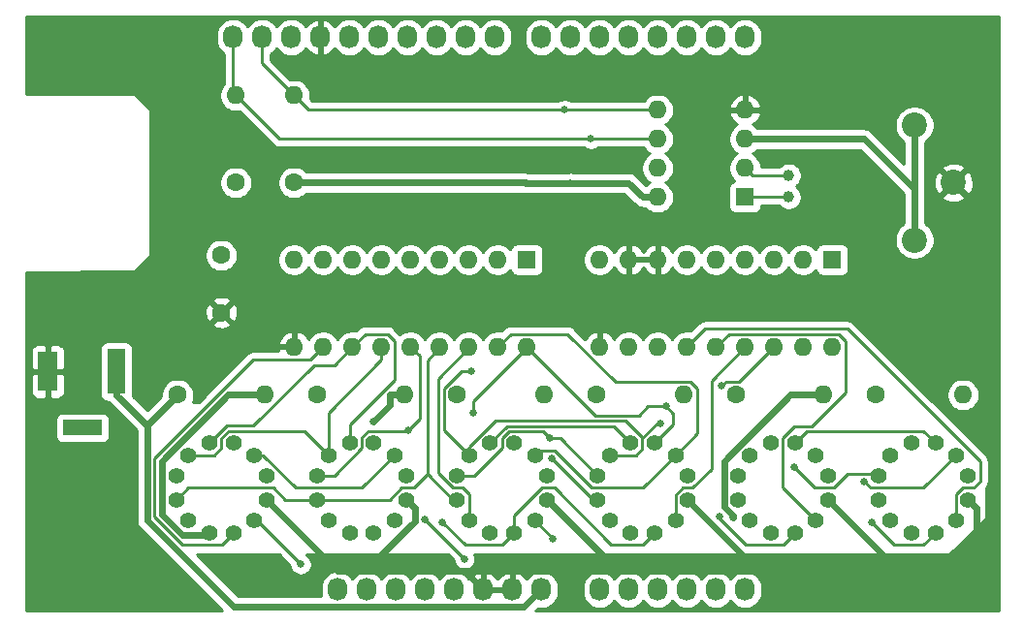
<source format=gbl>
G04 #@! TF.GenerationSoftware,KiCad,Pcbnew,(5.1.6)-1*
G04 #@! TF.CreationDate,2020-07-30T22:19:11+09:00*
G04 #@! TF.ProjectId,VFDClock,56464443-6c6f-4636-9b2e-6b696361645f,rev?*
G04 #@! TF.SameCoordinates,Original*
G04 #@! TF.FileFunction,Copper,L2,Bot*
G04 #@! TF.FilePolarity,Positive*
%FSLAX46Y46*%
G04 Gerber Fmt 4.6, Leading zero omitted, Abs format (unit mm)*
G04 Created by KiCad (PCBNEW (5.1.6)-1) date 2020-07-30 22:19:11*
%MOMM*%
%LPD*%
G01*
G04 APERTURE LIST*
G04 #@! TA.AperFunction,ComponentPad*
%ADD10C,1.400000*%
G04 #@! TD*
G04 #@! TA.AperFunction,ComponentPad*
%ADD11C,1.000000*%
G04 #@! TD*
G04 #@! TA.AperFunction,ComponentPad*
%ADD12C,2.200000*%
G04 #@! TD*
G04 #@! TA.AperFunction,ComponentPad*
%ADD13O,1.600000X1.600000*%
G04 #@! TD*
G04 #@! TA.AperFunction,ComponentPad*
%ADD14R,1.600000X1.600000*%
G04 #@! TD*
G04 #@! TA.AperFunction,ComponentPad*
%ADD15C,1.600000*%
G04 #@! TD*
G04 #@! TA.AperFunction,ComponentPad*
%ADD16R,3.500000X1.400000*%
G04 #@! TD*
G04 #@! TA.AperFunction,ComponentPad*
%ADD17R,1.600000X4.000000*%
G04 #@! TD*
G04 #@! TA.AperFunction,ComponentPad*
%ADD18R,1.700000X3.500000*%
G04 #@! TD*
G04 #@! TA.AperFunction,ComponentPad*
%ADD19O,1.727200X2.032000*%
G04 #@! TD*
G04 #@! TA.AperFunction,ViaPad*
%ADD20C,0.650000*%
G04 #@! TD*
G04 #@! TA.AperFunction,Conductor*
%ADD21C,0.600000*%
G04 #@! TD*
G04 #@! TA.AperFunction,Conductor*
%ADD22C,0.250000*%
G04 #@! TD*
G04 #@! TA.AperFunction,Conductor*
%ADD23C,0.254000*%
G04 #@! TD*
G04 APERTURE END LIST*
D10*
X174932318Y-117808682D03*
X173880478Y-115986841D03*
X173880477Y-113883159D03*
X174932318Y-112061318D03*
X176754159Y-111009478D03*
X178857841Y-111009477D03*
X180679682Y-112061318D03*
X181731522Y-113883159D03*
X181731523Y-115986841D03*
X180679682Y-117808682D03*
X178857841Y-118860522D03*
X176754159Y-118860523D03*
D11*
X178308000Y-87635000D03*
X178308000Y-89535000D03*
D12*
X189308000Y-83265000D03*
X189308000Y-93265000D03*
X192708000Y-88265000D03*
D13*
X166878000Y-89535000D03*
X174498000Y-81915000D03*
X166878000Y-86995000D03*
X174498000Y-84455000D03*
X166878000Y-84455000D03*
X174498000Y-86995000D03*
X166878000Y-81915000D03*
D14*
X174498000Y-89535000D03*
D13*
X193548000Y-106807000D03*
D15*
X185928000Y-106807000D03*
D13*
X181356000Y-106807000D03*
D15*
X173736000Y-106807000D03*
D13*
X169164000Y-106807000D03*
D15*
X161544000Y-106807000D03*
D13*
X156972000Y-106807000D03*
D15*
X149352000Y-106807000D03*
D13*
X144780000Y-106807000D03*
D15*
X137160000Y-106807000D03*
D13*
X132588000Y-106807000D03*
D15*
X124968000Y-106807000D03*
D13*
X135128000Y-80645000D03*
D15*
X135128000Y-88265000D03*
D13*
X130048000Y-80645000D03*
D15*
X130048000Y-88265000D03*
D13*
X182118000Y-102616000D03*
X161798000Y-94996000D03*
X179578000Y-102616000D03*
X164338000Y-94996000D03*
X177038000Y-102616000D03*
X166878000Y-94996000D03*
X174498000Y-102616000D03*
X169418000Y-94996000D03*
X171958000Y-102616000D03*
X171958000Y-94996000D03*
X169418000Y-102616000D03*
X174498000Y-94996000D03*
X166878000Y-102616000D03*
X177038000Y-94996000D03*
X164338000Y-102616000D03*
X179578000Y-94996000D03*
X161798000Y-102616000D03*
D14*
X182118000Y-94996000D03*
D13*
X155448000Y-102616000D03*
X135128000Y-94996000D03*
X152908000Y-102616000D03*
X137668000Y-94996000D03*
X150368000Y-102616000D03*
X140208000Y-94996000D03*
X147828000Y-102616000D03*
X142748000Y-94996000D03*
X145288000Y-102616000D03*
X145288000Y-94996000D03*
X142748000Y-102616000D03*
X147828000Y-94996000D03*
X140208000Y-102616000D03*
X150368000Y-94996000D03*
X137668000Y-102616000D03*
X152908000Y-94996000D03*
X135128000Y-102616000D03*
D14*
X155448000Y-94996000D03*
D16*
X116668000Y-109675000D03*
D17*
X119618000Y-104775000D03*
D18*
X113618000Y-104775000D03*
D10*
X187189318Y-117808682D03*
X186137478Y-115986841D03*
X186137477Y-113883159D03*
X187189318Y-112061318D03*
X189011159Y-111009478D03*
X191114841Y-111009477D03*
X192936682Y-112061318D03*
X193988522Y-113883159D03*
X193988523Y-115986841D03*
X192936682Y-117808682D03*
X191114841Y-118860522D03*
X189011159Y-118860523D03*
X162675318Y-117808682D03*
X161623478Y-115986841D03*
X161623477Y-113883159D03*
X162675318Y-112061318D03*
X164497159Y-111009478D03*
X166600841Y-111009477D03*
X168422682Y-112061318D03*
X169474522Y-113883159D03*
X169474523Y-115986841D03*
X168422682Y-117808682D03*
X166600841Y-118860522D03*
X164497159Y-118860523D03*
X150418318Y-117808682D03*
X149366478Y-115986841D03*
X149366477Y-113883159D03*
X150418318Y-112061318D03*
X152240159Y-111009478D03*
X154343841Y-111009477D03*
X156165682Y-112061318D03*
X157217522Y-113883159D03*
X157217523Y-115986841D03*
X156165682Y-117808682D03*
X154343841Y-118860522D03*
X152240159Y-118860523D03*
X138161318Y-117808682D03*
X137109478Y-115986841D03*
X137109477Y-113883159D03*
X138161318Y-112061318D03*
X139983159Y-111009478D03*
X142086841Y-111009477D03*
X143908682Y-112061318D03*
X144960522Y-113883159D03*
X144960523Y-115986841D03*
X143908682Y-117808682D03*
X142086841Y-118860522D03*
X139983159Y-118860523D03*
X125904318Y-117808682D03*
X124852478Y-115986841D03*
X124852477Y-113883159D03*
X125904318Y-112061318D03*
X127726159Y-111009478D03*
X129829841Y-111009477D03*
X131651682Y-112061318D03*
X132703522Y-113883159D03*
X132703523Y-115986841D03*
X131651682Y-117808682D03*
X129829841Y-118860522D03*
X127726159Y-118860523D03*
D15*
X128778000Y-99615000D03*
X128778000Y-94615000D03*
D19*
X156718000Y-123825000D03*
X154178000Y-123825000D03*
X151638000Y-123825000D03*
X149098000Y-123825000D03*
X146558000Y-123825000D03*
X144018000Y-123825000D03*
X141478000Y-123825000D03*
X138938000Y-123825000D03*
X174498000Y-123825000D03*
X171958000Y-123825000D03*
X169418000Y-123825000D03*
X166878000Y-123825000D03*
X164338000Y-123825000D03*
X161798000Y-123825000D03*
X152654000Y-75565000D03*
X150114000Y-75565000D03*
X147574000Y-75565000D03*
X145034000Y-75565000D03*
X142494000Y-75565000D03*
X139954000Y-75565000D03*
X137414000Y-75565000D03*
X134874000Y-75565000D03*
X132334000Y-75565000D03*
X129794000Y-75565000D03*
X174498000Y-75565000D03*
X171958000Y-75565000D03*
X169418000Y-75565000D03*
X166878000Y-75565000D03*
X164338000Y-75565000D03*
X161798000Y-75565000D03*
X159258000Y-75565000D03*
X156718000Y-75565000D03*
D20*
X159244900Y-88278100D03*
X157587100Y-112340500D03*
X178816000Y-113157000D03*
X150779000Y-108408200D03*
X167640000Y-107823000D03*
X184873600Y-114356800D03*
X179578000Y-75565000D03*
X194818000Y-75565000D03*
X187198000Y-75565000D03*
X194818000Y-81915000D03*
X113538000Y-75565000D03*
X121158000Y-75565000D03*
X194818000Y-123825000D03*
X113538000Y-123825000D03*
X121158000Y-123825000D03*
X194818000Y-94615000D03*
X158750000Y-81915000D03*
X161036000Y-84455000D03*
X145074476Y-109895476D03*
X157480000Y-110617000D03*
X150622000Y-104775000D03*
X167132000Y-109274091D03*
X135713119Y-121616119D03*
X185545800Y-117939600D03*
X148076300Y-117909000D03*
X172282200Y-117474400D03*
X146558000Y-117729000D03*
X149995109Y-121166109D03*
X142006700Y-109130900D03*
X157708000Y-119421700D03*
X172466000Y-106045000D03*
X173465700Y-117511600D03*
D21*
X166878000Y-89535000D02*
X165577700Y-89535000D01*
X164320800Y-88278100D02*
X165577700Y-89535000D01*
X135128000Y-88265000D02*
X155319400Y-88265000D01*
X155319400Y-88265000D02*
X155332500Y-88278100D01*
X155332500Y-88278100D02*
X159244900Y-88278100D01*
X159244900Y-88278100D02*
X164320800Y-88278100D01*
X174498000Y-81207876D02*
X174498000Y-81915000D01*
D22*
X136398000Y-81915000D02*
X135128000Y-80645000D01*
X150418300Y-117808700D02*
X150418300Y-115529100D01*
X150418300Y-115529100D02*
X149824200Y-114935000D01*
X149824200Y-114935000D02*
X148960300Y-114935000D01*
X148960300Y-114935000D02*
X147690700Y-113665400D01*
X147690700Y-113665400D02*
X147690700Y-105402600D01*
X147690700Y-105402600D02*
X150368000Y-102725300D01*
X146771900Y-113750400D02*
X149008300Y-115986800D01*
X149008300Y-115986800D02*
X149366500Y-115986800D01*
X147828000Y-102725300D02*
X146771900Y-103781400D01*
X146771900Y-103781400D02*
X146771900Y-113750400D01*
X146771900Y-113750400D02*
X145587300Y-114935000D01*
X145587300Y-114935000D02*
X144533300Y-114935000D01*
X144533300Y-114935000D02*
X143481500Y-115986800D01*
X143481500Y-115986800D02*
X137109500Y-115986800D01*
X124852500Y-115986800D02*
X125904300Y-114935000D01*
X125904300Y-114935000D02*
X133304900Y-114935000D01*
X133304900Y-114935000D02*
X134356700Y-115986800D01*
X134356700Y-115986800D02*
X137109500Y-115986800D01*
X161623500Y-115986800D02*
X161233400Y-115986800D01*
X161233400Y-115986800D02*
X157587100Y-112340500D01*
X186137500Y-113883200D02*
X185960800Y-113706500D01*
X185960800Y-113706500D02*
X183484700Y-113706500D01*
X183484700Y-113706500D02*
X182282600Y-114908600D01*
X149366500Y-113883200D02*
X150848200Y-113883200D01*
X150848200Y-113883200D02*
X153292000Y-111439400D01*
X153292000Y-111439400D02*
X153292000Y-110594600D01*
X153292000Y-110594600D02*
X153902500Y-109984100D01*
X138626480Y-113883159D02*
X137109477Y-113883159D01*
X141061840Y-111447799D02*
X138626480Y-113883159D01*
X141061840Y-110517476D02*
X141061840Y-111447799D01*
X141594840Y-109984476D02*
X141061840Y-110517476D01*
X144985476Y-109984476D02*
X141594840Y-109984476D01*
X146087999Y-108881953D02*
X145074476Y-109895476D01*
X146087999Y-103415999D02*
X146087999Y-108881953D01*
X145288000Y-102616000D02*
X146087999Y-103415999D01*
X136065100Y-109965100D02*
X138161300Y-112061300D01*
X125904300Y-112061300D02*
X128168900Y-112061300D01*
X128168900Y-112061300D02*
X128778000Y-111452200D01*
X128778000Y-111452200D02*
X128778000Y-110594600D01*
X128778000Y-110594600D02*
X129407500Y-109965100D01*
X129407500Y-109965100D02*
X136065100Y-109965100D01*
X138161318Y-108334052D02*
X138161318Y-112061318D01*
X142748000Y-103747370D02*
X138161318Y-108334052D01*
X142748000Y-102616000D02*
X142748000Y-103747370D01*
X152240200Y-111009500D02*
X153715900Y-109533800D01*
X153715900Y-109533800D02*
X163021500Y-109533800D01*
X163021500Y-109533800D02*
X164497200Y-111009500D01*
X139983159Y-109419644D02*
X139983159Y-111009478D01*
X143873001Y-105529802D02*
X139983159Y-109419644D01*
X143873001Y-102075999D02*
X143873001Y-105529802D01*
X143288001Y-101490999D02*
X143873001Y-102075999D01*
X141333001Y-101490999D02*
X143288001Y-101490999D01*
X140208000Y-102616000D02*
X141333001Y-101490999D01*
X150779000Y-108408200D02*
X150779000Y-107394300D01*
X150779000Y-107394300D02*
X155448000Y-102725300D01*
X191114800Y-111009500D02*
X190085800Y-109980500D01*
X190085800Y-109980500D02*
X179886800Y-109980500D01*
X179886800Y-109980500D02*
X178857800Y-111009500D01*
X168422700Y-112061300D02*
X168886500Y-111597500D01*
X184873600Y-114356800D02*
X185451800Y-114935000D01*
X185451800Y-114935000D02*
X190063000Y-114935000D01*
X190063000Y-114935000D02*
X192936700Y-112061300D01*
X156165700Y-112061300D02*
X156538300Y-111688700D01*
X156538300Y-111688700D02*
X157877100Y-111688700D01*
X157877100Y-111688700D02*
X161110000Y-114921600D01*
X161110000Y-114921600D02*
X165562400Y-114921600D01*
X165562400Y-114921600D02*
X168422700Y-112061300D01*
X131651700Y-112061300D02*
X132406100Y-112061300D01*
X132406100Y-112061300D02*
X135253400Y-114908600D01*
X135253400Y-114908600D02*
X141061400Y-114908600D01*
X141061400Y-114908600D02*
X143908700Y-112061300D01*
D21*
X140335000Y-122174000D02*
X149987000Y-122174000D01*
X132703523Y-115986841D02*
X138890682Y-122174000D01*
X141319366Y-122174000D02*
X140335000Y-122174000D01*
X145660522Y-117832844D02*
X141319366Y-122174000D01*
X145660522Y-116686840D02*
X145660522Y-117832844D01*
X144960523Y-115986841D02*
X145660522Y-116686840D01*
X138890682Y-122174000D02*
X140335000Y-122174000D01*
X163195000Y-121964318D02*
X163195000Y-122174000D01*
X157217523Y-115986841D02*
X163195000Y-121964318D01*
X149987000Y-122174000D02*
X163195000Y-122174000D01*
X163195000Y-122174000D02*
X175895000Y-122174000D01*
X175661682Y-122174000D02*
X175895000Y-122174000D01*
X169474523Y-115986841D02*
X175661682Y-122174000D01*
X187833000Y-122088318D02*
X187833000Y-122174000D01*
X181731523Y-115986841D02*
X187833000Y-122088318D01*
X194688522Y-119610478D02*
X192125000Y-122174000D01*
X194688522Y-116686840D02*
X194688522Y-119610478D01*
X193988523Y-115986841D02*
X194688522Y-116686840D01*
X151638000Y-123825000D02*
X149987000Y-122174000D01*
X175895000Y-122174000D02*
X187325000Y-122174000D01*
X192125000Y-122174000D02*
X187325000Y-122174000D01*
X187325000Y-122174000D02*
X187833000Y-122174000D01*
D22*
X158750000Y-81915000D02*
X136398000Y-81915000D01*
X166878000Y-81915000D02*
X158750000Y-81915000D01*
X132334000Y-77851000D02*
X135128000Y-80645000D01*
X132334000Y-75565000D02*
X132334000Y-77851000D01*
X161036000Y-84455000D02*
X166878000Y-84455000D01*
X133858000Y-84455000D02*
X161036000Y-84455000D01*
X129794000Y-80391000D02*
X130048000Y-80645000D01*
X129794000Y-75565000D02*
X129794000Y-80391000D01*
X130048000Y-80645000D02*
X133858000Y-84455000D01*
X145074476Y-109895476D02*
X144985476Y-109984476D01*
X156847476Y-109984476D02*
X157480000Y-110617000D01*
X154053476Y-109984476D02*
X156847476Y-109984476D01*
X154053100Y-109984100D02*
X154053476Y-109984476D01*
X153902500Y-109984100D02*
X154053100Y-109984100D01*
X158357318Y-110617000D02*
X161623477Y-113883159D01*
X157480000Y-110617000D02*
X158357318Y-110617000D01*
X180567160Y-114908160D02*
X178816000Y-113157000D01*
X181583600Y-114908600D02*
X181583160Y-114908160D01*
X181583160Y-114908160D02*
X180567160Y-114908160D01*
X182282600Y-114908600D02*
X181583600Y-114908600D01*
X149718998Y-104775000D02*
X150622000Y-104775000D01*
X148226999Y-106266999D02*
X149718998Y-104775000D01*
X148226999Y-109869999D02*
X148226999Y-106266999D01*
X150418318Y-112061318D02*
X148226999Y-109869999D01*
X165522160Y-110517477D02*
X165522160Y-111501479D01*
X165522160Y-111501479D02*
X164962321Y-112061318D01*
X166819225Y-109274091D02*
X167132000Y-109274091D01*
X165522160Y-110517477D02*
X165522160Y-110571156D01*
X165522160Y-110571156D02*
X166819225Y-109274091D01*
X152717700Y-109074100D02*
X164078783Y-109074100D01*
X164078783Y-109074100D02*
X165522160Y-110517477D01*
X150418300Y-111373500D02*
X152717700Y-109074100D01*
X150418300Y-112061300D02*
X150418300Y-111373500D01*
X162675318Y-112061318D02*
X164962321Y-112061318D01*
X136868992Y-104191010D02*
X131544912Y-109515090D01*
X129220547Y-109515090D02*
X127726159Y-111009478D01*
X131544912Y-109515090D02*
X129220547Y-109515090D01*
X138632990Y-104191010D02*
X136868992Y-104191010D01*
X140208000Y-102616000D02*
X138632990Y-104191010D01*
X161456091Y-108624091D02*
X165205404Y-108624091D01*
X155448000Y-102616000D02*
X161456091Y-108624091D01*
X168236200Y-109374118D02*
X168236200Y-108419200D01*
X166600841Y-111009477D02*
X168236200Y-109374118D01*
X166006495Y-107823000D02*
X165205404Y-108624091D01*
X167640000Y-107823000D02*
X166006495Y-107823000D01*
X167640000Y-107823000D02*
X168236200Y-108419200D01*
X170289001Y-110194999D02*
X168422682Y-112061318D01*
X170289001Y-106266999D02*
X170289001Y-110194999D01*
X163198997Y-105681999D02*
X169704001Y-105681999D01*
X169704001Y-105681999D02*
X170289001Y-106266999D01*
X159007997Y-101490999D02*
X163198997Y-105681999D01*
X154033001Y-101490999D02*
X159007997Y-101490999D01*
X152908000Y-102616000D02*
X154033001Y-101490999D01*
X131651682Y-117973882D02*
X131651682Y-117808682D01*
X131651682Y-118062682D02*
X131651682Y-117808682D01*
X131651682Y-117808682D02*
X131905682Y-117808682D01*
X131905682Y-117808682D02*
X135713119Y-121616119D01*
X154343800Y-118860500D02*
X154343800Y-117374000D01*
X154343800Y-117374000D02*
X156782800Y-114935000D01*
X156782800Y-114935000D02*
X157860700Y-114935000D01*
X157860700Y-114935000D02*
X162815500Y-119889800D01*
X162815500Y-119889800D02*
X165571500Y-119889800D01*
X165571500Y-119889800D02*
X166600800Y-118860500D01*
X153314500Y-119889800D02*
X154343800Y-118860500D01*
X185545800Y-117939600D02*
X187496000Y-119889800D01*
X187496000Y-119889800D02*
X190085500Y-119889800D01*
X190085500Y-119889800D02*
X191114800Y-118860500D01*
X174588800Y-119889800D02*
X177828500Y-119889800D01*
X177828500Y-119889800D02*
X178857800Y-118860500D01*
X122936000Y-117447396D02*
X125374128Y-119885524D01*
X122936000Y-112361303D02*
X122936000Y-117447396D01*
X128804839Y-119885524D02*
X129829841Y-118860522D01*
X131556302Y-103741001D02*
X122936000Y-112361303D01*
X125374128Y-119885524D02*
X128804839Y-119885524D01*
X136542999Y-103741001D02*
X131556302Y-103741001D01*
X137668000Y-102616000D02*
X136542999Y-103741001D01*
X172282200Y-117474400D02*
X172282200Y-117583200D01*
X172282200Y-117583200D02*
X174588800Y-119889800D01*
X153310224Y-119885524D02*
X153314500Y-119889800D01*
X150052824Y-119885524D02*
X153310224Y-119885524D01*
X148076300Y-117909000D02*
X150052824Y-119885524D01*
D21*
X127726200Y-118860500D02*
X127556800Y-119029900D01*
X127556800Y-119029900D02*
X125402400Y-119029900D01*
X125402400Y-119029900D02*
X123607800Y-117235300D01*
X123607800Y-117235300D02*
X123607800Y-112573400D01*
X123607800Y-112573400D02*
X129374200Y-106807000D01*
X129374200Y-106807000D02*
X132588000Y-106807000D01*
D22*
X146558000Y-117729000D02*
X149995109Y-121166109D01*
D21*
X144780000Y-106807000D02*
X143479700Y-106807000D01*
X143479700Y-106807000D02*
X143479700Y-107657900D01*
X143479700Y-107657900D02*
X142006700Y-109130900D01*
D22*
X156165700Y-117808700D02*
X157708000Y-119351000D01*
X157708000Y-119351000D02*
X157708000Y-119421700D01*
X172829001Y-105681999D02*
X173972001Y-105681999D01*
X173972001Y-105681999D02*
X177038000Y-102616000D01*
X172466000Y-106045000D02*
X172829001Y-105681999D01*
X168422700Y-115542500D02*
X168422700Y-117808700D01*
X174498000Y-102616000D02*
X171557001Y-105556999D01*
X171557001Y-113251099D02*
X169873100Y-114935000D01*
X169873100Y-114935000D02*
X169030200Y-114935000D01*
X171557001Y-105556999D02*
X171557001Y-113251099D01*
X169030200Y-114935000D02*
X168422700Y-115542500D01*
D21*
X122290800Y-109484200D02*
X124968000Y-106807000D01*
X156718000Y-123825000D02*
X155195800Y-125347200D01*
X155195800Y-125347200D02*
X129849000Y-125347200D01*
X129849000Y-125347200D02*
X122290800Y-117789000D01*
X122290800Y-117789000D02*
X122290800Y-109484200D01*
X119618000Y-106811400D02*
X122290800Y-109484200D01*
X119618000Y-104775000D02*
X119618000Y-106811400D01*
D22*
X177779160Y-110571156D02*
X177779160Y-114908160D01*
X178819826Y-109530490D02*
X177779160Y-110571156D01*
X180297512Y-109530490D02*
X178819826Y-109530490D01*
X173083001Y-101490999D02*
X182658001Y-101490999D01*
X177779160Y-114908160D02*
X180679682Y-117808682D01*
X171958000Y-102616000D02*
X173083001Y-101490999D01*
X183243001Y-106585001D02*
X180297512Y-109530490D01*
X182658001Y-101490999D02*
X183243001Y-102075999D01*
X183243001Y-102075999D02*
X183243001Y-106585001D01*
D21*
X173465700Y-117511600D02*
X173465700Y-117380000D01*
X173465700Y-117380000D02*
X172671400Y-116585700D01*
X172671400Y-116585700D02*
X172671400Y-112590300D01*
X172671400Y-112590300D02*
X178454700Y-106807000D01*
X178454700Y-106807000D02*
X181356000Y-106807000D01*
D22*
X170993010Y-101040990D02*
X169418000Y-102616000D01*
X183433356Y-101040990D02*
X170993010Y-101040990D01*
X195013523Y-112621157D02*
X183433356Y-101040990D01*
X192936682Y-117808682D02*
X192936682Y-115467999D01*
X194480523Y-114908160D02*
X195013523Y-114375160D01*
X192936682Y-115467999D02*
X193496521Y-114908160D01*
X195013523Y-114375160D02*
X195013523Y-112621157D01*
X193496521Y-114908160D02*
X194480523Y-114908160D01*
D21*
X184912000Y-84455000D02*
X189308000Y-88851000D01*
X189308000Y-93265000D02*
X189308000Y-88851000D01*
X174498000Y-84455000D02*
X184912000Y-84455000D01*
X189308000Y-88851000D02*
X189308000Y-83265000D01*
D22*
X175138000Y-87635000D02*
X174498000Y-86995000D01*
X178308000Y-87635000D02*
X175138000Y-87635000D01*
X178308000Y-89535000D02*
X174498000Y-89535000D01*
D23*
G36*
X196648000Y-125655000D02*
G01*
X156210289Y-125655000D01*
X156414057Y-125451232D01*
X156424224Y-125454316D01*
X156718000Y-125483251D01*
X157011777Y-125454316D01*
X157294264Y-125368625D01*
X157554606Y-125229469D01*
X157782797Y-125042197D01*
X157970069Y-124814006D01*
X158109225Y-124553663D01*
X158194916Y-124271176D01*
X158216600Y-124051018D01*
X158216600Y-123598982D01*
X160299400Y-123598982D01*
X160299400Y-124051019D01*
X160321084Y-124271177D01*
X160406775Y-124553664D01*
X160545931Y-124814006D01*
X160733203Y-125042197D01*
X160961395Y-125229469D01*
X161221737Y-125368625D01*
X161504224Y-125454316D01*
X161798000Y-125483251D01*
X162091777Y-125454316D01*
X162374264Y-125368625D01*
X162634606Y-125229469D01*
X162862797Y-125042197D01*
X163050069Y-124814006D01*
X163068000Y-124780459D01*
X163085931Y-124814006D01*
X163273203Y-125042197D01*
X163501395Y-125229469D01*
X163761737Y-125368625D01*
X164044224Y-125454316D01*
X164338000Y-125483251D01*
X164631777Y-125454316D01*
X164914264Y-125368625D01*
X165174606Y-125229469D01*
X165402797Y-125042197D01*
X165590069Y-124814006D01*
X165608000Y-124780459D01*
X165625931Y-124814006D01*
X165813203Y-125042197D01*
X166041395Y-125229469D01*
X166301737Y-125368625D01*
X166584224Y-125454316D01*
X166878000Y-125483251D01*
X167171777Y-125454316D01*
X167454264Y-125368625D01*
X167714606Y-125229469D01*
X167942797Y-125042197D01*
X168130069Y-124814006D01*
X168148000Y-124780459D01*
X168165931Y-124814006D01*
X168353203Y-125042197D01*
X168581395Y-125229469D01*
X168841737Y-125368625D01*
X169124224Y-125454316D01*
X169418000Y-125483251D01*
X169711777Y-125454316D01*
X169994264Y-125368625D01*
X170254606Y-125229469D01*
X170482797Y-125042197D01*
X170670069Y-124814006D01*
X170688000Y-124780459D01*
X170705931Y-124814006D01*
X170893203Y-125042197D01*
X171121395Y-125229469D01*
X171381737Y-125368625D01*
X171664224Y-125454316D01*
X171958000Y-125483251D01*
X172251777Y-125454316D01*
X172534264Y-125368625D01*
X172794606Y-125229469D01*
X173022797Y-125042197D01*
X173210069Y-124814006D01*
X173228000Y-124780459D01*
X173245931Y-124814006D01*
X173433203Y-125042197D01*
X173661395Y-125229469D01*
X173921737Y-125368625D01*
X174204224Y-125454316D01*
X174498000Y-125483251D01*
X174791777Y-125454316D01*
X175074264Y-125368625D01*
X175334606Y-125229469D01*
X175562797Y-125042197D01*
X175750069Y-124814006D01*
X175889225Y-124553663D01*
X175974916Y-124271176D01*
X175996600Y-124051018D01*
X175996600Y-123598981D01*
X175974916Y-123378823D01*
X175889225Y-123096336D01*
X175750069Y-122835994D01*
X175562797Y-122607803D01*
X175334605Y-122420531D01*
X175074263Y-122281375D01*
X174791776Y-122195684D01*
X174498000Y-122166749D01*
X174204223Y-122195684D01*
X173921736Y-122281375D01*
X173661394Y-122420531D01*
X173433203Y-122607803D01*
X173245931Y-122835995D01*
X173228000Y-122869541D01*
X173210069Y-122835994D01*
X173022797Y-122607803D01*
X172794605Y-122420531D01*
X172534263Y-122281375D01*
X172251776Y-122195684D01*
X171958000Y-122166749D01*
X171664223Y-122195684D01*
X171381736Y-122281375D01*
X171121394Y-122420531D01*
X170893203Y-122607803D01*
X170705931Y-122835995D01*
X170688000Y-122869541D01*
X170670069Y-122835994D01*
X170482797Y-122607803D01*
X170254605Y-122420531D01*
X169994263Y-122281375D01*
X169711776Y-122195684D01*
X169418000Y-122166749D01*
X169124223Y-122195684D01*
X168841736Y-122281375D01*
X168581394Y-122420531D01*
X168353203Y-122607803D01*
X168165931Y-122835995D01*
X168148000Y-122869541D01*
X168130069Y-122835994D01*
X167942797Y-122607803D01*
X167714605Y-122420531D01*
X167454263Y-122281375D01*
X167171776Y-122195684D01*
X166878000Y-122166749D01*
X166584223Y-122195684D01*
X166301736Y-122281375D01*
X166041394Y-122420531D01*
X165813203Y-122607803D01*
X165625931Y-122835995D01*
X165608000Y-122869541D01*
X165590069Y-122835994D01*
X165402797Y-122607803D01*
X165174605Y-122420531D01*
X164914263Y-122281375D01*
X164631776Y-122195684D01*
X164338000Y-122166749D01*
X164044223Y-122195684D01*
X163761736Y-122281375D01*
X163501394Y-122420531D01*
X163273203Y-122607803D01*
X163085931Y-122835995D01*
X163068000Y-122869541D01*
X163050069Y-122835994D01*
X162862797Y-122607803D01*
X162634605Y-122420531D01*
X162374263Y-122281375D01*
X162091776Y-122195684D01*
X161798000Y-122166749D01*
X161504223Y-122195684D01*
X161221736Y-122281375D01*
X160961394Y-122420531D01*
X160733203Y-122607803D01*
X160545931Y-122835995D01*
X160406775Y-123096337D01*
X160321084Y-123378824D01*
X160299400Y-123598982D01*
X158216600Y-123598982D01*
X158216600Y-123598981D01*
X158194916Y-123378823D01*
X158109225Y-123096336D01*
X157970069Y-122835994D01*
X157782797Y-122607803D01*
X157554605Y-122420531D01*
X157294263Y-122281375D01*
X157011776Y-122195684D01*
X156718000Y-122166749D01*
X156424223Y-122195684D01*
X156141736Y-122281375D01*
X155881394Y-122420531D01*
X155653203Y-122607803D01*
X155465931Y-122835995D01*
X155444576Y-122875947D01*
X155296486Y-122673271D01*
X155080035Y-122474267D01*
X154828919Y-122321314D01*
X154552789Y-122220291D01*
X154537026Y-122217642D01*
X154305000Y-122338783D01*
X154305000Y-123698000D01*
X154325000Y-123698000D01*
X154325000Y-123952000D01*
X154305000Y-123952000D01*
X154305000Y-123972000D01*
X154051000Y-123972000D01*
X154051000Y-123952000D01*
X151765000Y-123952000D01*
X151765000Y-123972000D01*
X151511000Y-123972000D01*
X151511000Y-123952000D01*
X151491000Y-123952000D01*
X151491000Y-123698000D01*
X151511000Y-123698000D01*
X151511000Y-122338783D01*
X151765000Y-122338783D01*
X151765000Y-123698000D01*
X154051000Y-123698000D01*
X154051000Y-122338783D01*
X153818974Y-122217642D01*
X153803211Y-122220291D01*
X153527081Y-122321314D01*
X153275965Y-122474267D01*
X153059514Y-122673271D01*
X152908000Y-122880633D01*
X152756486Y-122673271D01*
X152540035Y-122474267D01*
X152288919Y-122321314D01*
X152012789Y-122220291D01*
X151997026Y-122217642D01*
X151765000Y-122338783D01*
X151511000Y-122338783D01*
X151278974Y-122217642D01*
X151263211Y-122220291D01*
X150987081Y-122321314D01*
X150735965Y-122474267D01*
X150519514Y-122673271D01*
X150371424Y-122875947D01*
X150350069Y-122835994D01*
X150162797Y-122607803D01*
X149934605Y-122420531D01*
X149674263Y-122281375D01*
X149391776Y-122195684D01*
X149098000Y-122166749D01*
X148804223Y-122195684D01*
X148521736Y-122281375D01*
X148261394Y-122420531D01*
X148033203Y-122607803D01*
X147845931Y-122835995D01*
X147828000Y-122869541D01*
X147810069Y-122835994D01*
X147622797Y-122607803D01*
X147394605Y-122420531D01*
X147134263Y-122281375D01*
X146851776Y-122195684D01*
X146558000Y-122166749D01*
X146264223Y-122195684D01*
X145981736Y-122281375D01*
X145721394Y-122420531D01*
X145493203Y-122607803D01*
X145305931Y-122835995D01*
X145288000Y-122869541D01*
X145270069Y-122835994D01*
X145082797Y-122607803D01*
X144854605Y-122420531D01*
X144594263Y-122281375D01*
X144311776Y-122195684D01*
X144018000Y-122166749D01*
X143724223Y-122195684D01*
X143441736Y-122281375D01*
X143181394Y-122420531D01*
X142953203Y-122607803D01*
X142765931Y-122835995D01*
X142748000Y-122869541D01*
X142730069Y-122835994D01*
X142542797Y-122607803D01*
X142314605Y-122420531D01*
X142054263Y-122281375D01*
X141771776Y-122195684D01*
X141478000Y-122166749D01*
X141184223Y-122195684D01*
X140901736Y-122281375D01*
X140641394Y-122420531D01*
X140413203Y-122607803D01*
X140225931Y-122835995D01*
X140208000Y-122869541D01*
X140190069Y-122835994D01*
X140002797Y-122607803D01*
X139774605Y-122420531D01*
X139514263Y-122281375D01*
X139231776Y-122195684D01*
X138938000Y-122166749D01*
X138644223Y-122195684D01*
X138361736Y-122281375D01*
X138101394Y-122420531D01*
X137873203Y-122607803D01*
X137685931Y-122835995D01*
X137546775Y-123096337D01*
X137461084Y-123378824D01*
X137439400Y-123598982D01*
X137439400Y-124051019D01*
X137461084Y-124271177D01*
X137503863Y-124412200D01*
X130236289Y-124412200D01*
X126601089Y-120777000D01*
X133799198Y-120777000D01*
X134758147Y-121735949D01*
X134790011Y-121896141D01*
X134862378Y-122070850D01*
X134967438Y-122228083D01*
X135101155Y-122361800D01*
X135258388Y-122466860D01*
X135433097Y-122539227D01*
X135618567Y-122576119D01*
X135807671Y-122576119D01*
X135993141Y-122539227D01*
X136167850Y-122466860D01*
X136325083Y-122361800D01*
X136458800Y-122228083D01*
X136563860Y-122070850D01*
X136636227Y-121896141D01*
X136673119Y-121710671D01*
X136673119Y-121521567D01*
X136636227Y-121336097D01*
X136563860Y-121161388D01*
X136458800Y-121004155D01*
X136325083Y-120870438D01*
X136185244Y-120777000D01*
X148531198Y-120777000D01*
X149040137Y-121285939D01*
X149072001Y-121446131D01*
X149144368Y-121620840D01*
X149249428Y-121778073D01*
X149383145Y-121911790D01*
X149540378Y-122016850D01*
X149715087Y-122089217D01*
X149900557Y-122126109D01*
X150089661Y-122126109D01*
X150275131Y-122089217D01*
X150449840Y-122016850D01*
X150607073Y-121911790D01*
X150740790Y-121778073D01*
X150845850Y-121620840D01*
X150918217Y-121446131D01*
X150955109Y-121260661D01*
X150955109Y-121071557D01*
X150918217Y-120886087D01*
X150873032Y-120777000D01*
X192278000Y-120777000D01*
X192302776Y-120774560D01*
X192326601Y-120767333D01*
X192348557Y-120755597D01*
X192367803Y-120739803D01*
X195542803Y-117564803D01*
X195558597Y-117545557D01*
X195570333Y-117523601D01*
X195577560Y-117499776D01*
X195580000Y-117475000D01*
X195580000Y-114882900D01*
X195648497Y-114799436D01*
X195719069Y-114667407D01*
X195762526Y-114524146D01*
X195773523Y-114412493D01*
X195773523Y-114412483D01*
X195777199Y-114375160D01*
X195773523Y-114337837D01*
X195773523Y-112658479D01*
X195777199Y-112621156D01*
X195773523Y-112583833D01*
X195773523Y-112583824D01*
X195762526Y-112472171D01*
X195719069Y-112328910D01*
X195648497Y-112196881D01*
X195553524Y-112081156D01*
X195524526Y-112057358D01*
X190132833Y-106665665D01*
X192113000Y-106665665D01*
X192113000Y-106948335D01*
X192168147Y-107225574D01*
X192276320Y-107486727D01*
X192433363Y-107721759D01*
X192633241Y-107921637D01*
X192868273Y-108078680D01*
X193129426Y-108186853D01*
X193406665Y-108242000D01*
X193689335Y-108242000D01*
X193966574Y-108186853D01*
X194227727Y-108078680D01*
X194462759Y-107921637D01*
X194662637Y-107721759D01*
X194819680Y-107486727D01*
X194927853Y-107225574D01*
X194983000Y-106948335D01*
X194983000Y-106665665D01*
X194927853Y-106388426D01*
X194819680Y-106127273D01*
X194662637Y-105892241D01*
X194462759Y-105692363D01*
X194227727Y-105535320D01*
X193966574Y-105427147D01*
X193689335Y-105372000D01*
X193406665Y-105372000D01*
X193129426Y-105427147D01*
X192868273Y-105535320D01*
X192633241Y-105692363D01*
X192433363Y-105892241D01*
X192276320Y-106127273D01*
X192168147Y-106388426D01*
X192113000Y-106665665D01*
X190132833Y-106665665D01*
X183997160Y-100529993D01*
X183973357Y-100500989D01*
X183857632Y-100406016D01*
X183725603Y-100335444D01*
X183582342Y-100291987D01*
X183470689Y-100280990D01*
X183470678Y-100280990D01*
X183433356Y-100277314D01*
X183396034Y-100280990D01*
X171030343Y-100280990D01*
X170993010Y-100277313D01*
X170955677Y-100280990D01*
X170844024Y-100291987D01*
X170700763Y-100335444D01*
X170568734Y-100406016D01*
X170453009Y-100500989D01*
X170429211Y-100529987D01*
X169741886Y-101217312D01*
X169559335Y-101181000D01*
X169276665Y-101181000D01*
X168999426Y-101236147D01*
X168738273Y-101344320D01*
X168503241Y-101501363D01*
X168303363Y-101701241D01*
X168148000Y-101933759D01*
X167992637Y-101701241D01*
X167792759Y-101501363D01*
X167557727Y-101344320D01*
X167296574Y-101236147D01*
X167019335Y-101181000D01*
X166736665Y-101181000D01*
X166459426Y-101236147D01*
X166198273Y-101344320D01*
X165963241Y-101501363D01*
X165763363Y-101701241D01*
X165608000Y-101933759D01*
X165452637Y-101701241D01*
X165252759Y-101501363D01*
X165017727Y-101344320D01*
X164756574Y-101236147D01*
X164479335Y-101181000D01*
X164196665Y-101181000D01*
X163919426Y-101236147D01*
X163658273Y-101344320D01*
X163423241Y-101501363D01*
X163223363Y-101701241D01*
X163066320Y-101936273D01*
X163061933Y-101946865D01*
X162950385Y-101760869D01*
X162761414Y-101552481D01*
X162535420Y-101384963D01*
X162281087Y-101264754D01*
X162147039Y-101224096D01*
X161925000Y-101346085D01*
X161925000Y-102489000D01*
X161945000Y-102489000D01*
X161945000Y-102743000D01*
X161925000Y-102743000D01*
X161925000Y-102763000D01*
X161671000Y-102763000D01*
X161671000Y-102743000D01*
X161651000Y-102743000D01*
X161651000Y-102489000D01*
X161671000Y-102489000D01*
X161671000Y-101346085D01*
X161448961Y-101224096D01*
X161314913Y-101264754D01*
X161060580Y-101384963D01*
X160834586Y-101552481D01*
X160645615Y-101760869D01*
X160535791Y-101943992D01*
X159571801Y-100980002D01*
X159547998Y-100950998D01*
X159432273Y-100856025D01*
X159300244Y-100785453D01*
X159156983Y-100741996D01*
X159045330Y-100730999D01*
X159045319Y-100730999D01*
X159007997Y-100727323D01*
X158970675Y-100730999D01*
X154070326Y-100730999D01*
X154033001Y-100727323D01*
X153995676Y-100730999D01*
X153995668Y-100730999D01*
X153884015Y-100741996D01*
X153740754Y-100785453D01*
X153608725Y-100856025D01*
X153493000Y-100950998D01*
X153469202Y-100979996D01*
X153231886Y-101217312D01*
X153049335Y-101181000D01*
X152766665Y-101181000D01*
X152489426Y-101236147D01*
X152228273Y-101344320D01*
X151993241Y-101501363D01*
X151793363Y-101701241D01*
X151638000Y-101933759D01*
X151482637Y-101701241D01*
X151282759Y-101501363D01*
X151047727Y-101344320D01*
X150786574Y-101236147D01*
X150509335Y-101181000D01*
X150226665Y-101181000D01*
X149949426Y-101236147D01*
X149688273Y-101344320D01*
X149453241Y-101501363D01*
X149253363Y-101701241D01*
X149098000Y-101933759D01*
X148942637Y-101701241D01*
X148742759Y-101501363D01*
X148507727Y-101344320D01*
X148246574Y-101236147D01*
X147969335Y-101181000D01*
X147686665Y-101181000D01*
X147409426Y-101236147D01*
X147148273Y-101344320D01*
X146913241Y-101501363D01*
X146713363Y-101701241D01*
X146558000Y-101933759D01*
X146402637Y-101701241D01*
X146202759Y-101501363D01*
X145967727Y-101344320D01*
X145706574Y-101236147D01*
X145429335Y-101181000D01*
X145146665Y-101181000D01*
X144869426Y-101236147D01*
X144608273Y-101344320D01*
X144373241Y-101501363D01*
X144373204Y-101501400D01*
X143851804Y-100980001D01*
X143828002Y-100950998D01*
X143712277Y-100856025D01*
X143580248Y-100785453D01*
X143436987Y-100741996D01*
X143325334Y-100730999D01*
X143325323Y-100730999D01*
X143288001Y-100727323D01*
X143250679Y-100730999D01*
X141370326Y-100730999D01*
X141333001Y-100727323D01*
X141295676Y-100730999D01*
X141295668Y-100730999D01*
X141184015Y-100741996D01*
X141040754Y-100785453D01*
X140908725Y-100856025D01*
X140793000Y-100950998D01*
X140769202Y-100979996D01*
X140531886Y-101217312D01*
X140349335Y-101181000D01*
X140066665Y-101181000D01*
X139789426Y-101236147D01*
X139528273Y-101344320D01*
X139293241Y-101501363D01*
X139093363Y-101701241D01*
X138938000Y-101933759D01*
X138782637Y-101701241D01*
X138582759Y-101501363D01*
X138347727Y-101344320D01*
X138086574Y-101236147D01*
X137809335Y-101181000D01*
X137526665Y-101181000D01*
X137249426Y-101236147D01*
X136988273Y-101344320D01*
X136753241Y-101501363D01*
X136553363Y-101701241D01*
X136396320Y-101936273D01*
X136391933Y-101946865D01*
X136280385Y-101760869D01*
X136091414Y-101552481D01*
X135865420Y-101384963D01*
X135611087Y-101264754D01*
X135477039Y-101224096D01*
X135255000Y-101346085D01*
X135255000Y-102489000D01*
X135275000Y-102489000D01*
X135275000Y-102743000D01*
X135255000Y-102743000D01*
X135255000Y-102763000D01*
X135001000Y-102763000D01*
X135001000Y-102743000D01*
X133857376Y-102743000D01*
X133736091Y-102965040D01*
X133741807Y-102981001D01*
X131593624Y-102981001D01*
X131556301Y-102977325D01*
X131518979Y-102981001D01*
X131518969Y-102981001D01*
X131407316Y-102991998D01*
X131274136Y-103032397D01*
X131264055Y-103035455D01*
X131132025Y-103106027D01*
X131078960Y-103149577D01*
X131016301Y-103201000D01*
X130992503Y-103229998D01*
X126780501Y-107442000D01*
X126258207Y-107442000D01*
X126347853Y-107225574D01*
X126403000Y-106948335D01*
X126403000Y-106665665D01*
X126347853Y-106388426D01*
X126239680Y-106127273D01*
X126082637Y-105892241D01*
X125882759Y-105692363D01*
X125647727Y-105535320D01*
X125386574Y-105427147D01*
X125109335Y-105372000D01*
X124826665Y-105372000D01*
X124549426Y-105427147D01*
X124288273Y-105535320D01*
X124053241Y-105692363D01*
X123853363Y-105892241D01*
X123696320Y-106127273D01*
X123588147Y-106388426D01*
X123533000Y-106665665D01*
X123533000Y-106919711D01*
X122290800Y-108161911D01*
X121040218Y-106911329D01*
X121043812Y-106899482D01*
X121056072Y-106775000D01*
X121056072Y-102775000D01*
X121043812Y-102650518D01*
X121007502Y-102530820D01*
X120948537Y-102420506D01*
X120869185Y-102323815D01*
X120799907Y-102266960D01*
X133736091Y-102266960D01*
X133857376Y-102489000D01*
X135001000Y-102489000D01*
X135001000Y-101346085D01*
X134778961Y-101224096D01*
X134644913Y-101264754D01*
X134390580Y-101384963D01*
X134164586Y-101552481D01*
X133975615Y-101760869D01*
X133830930Y-102002119D01*
X133736091Y-102266960D01*
X120799907Y-102266960D01*
X120772494Y-102244463D01*
X120662180Y-102185498D01*
X120542482Y-102149188D01*
X120418000Y-102136928D01*
X118818000Y-102136928D01*
X118693518Y-102149188D01*
X118573820Y-102185498D01*
X118463506Y-102244463D01*
X118366815Y-102323815D01*
X118287463Y-102420506D01*
X118228498Y-102530820D01*
X118192188Y-102650518D01*
X118179928Y-102775000D01*
X118179928Y-106775000D01*
X118192188Y-106899482D01*
X118228498Y-107019180D01*
X118287463Y-107129494D01*
X118366815Y-107226185D01*
X118463506Y-107305537D01*
X118573820Y-107364502D01*
X118693518Y-107400812D01*
X118818000Y-107413072D01*
X118902223Y-107413072D01*
X118953657Y-107475744D01*
X118989336Y-107505025D01*
X121355801Y-109871491D01*
X121355800Y-117743068D01*
X121351276Y-117789000D01*
X121362174Y-117899644D01*
X121369329Y-117972291D01*
X121422793Y-118148539D01*
X121509614Y-118310971D01*
X121626456Y-118453344D01*
X121662141Y-118482630D01*
X128834511Y-125655000D01*
X111708000Y-125655000D01*
X111708000Y-108975000D01*
X114279928Y-108975000D01*
X114279928Y-110375000D01*
X114292188Y-110499482D01*
X114328498Y-110619180D01*
X114387463Y-110729494D01*
X114466815Y-110826185D01*
X114563506Y-110905537D01*
X114673820Y-110964502D01*
X114793518Y-111000812D01*
X114918000Y-111013072D01*
X118418000Y-111013072D01*
X118542482Y-111000812D01*
X118662180Y-110964502D01*
X118772494Y-110905537D01*
X118869185Y-110826185D01*
X118948537Y-110729494D01*
X119007502Y-110619180D01*
X119043812Y-110499482D01*
X119056072Y-110375000D01*
X119056072Y-108975000D01*
X119043812Y-108850518D01*
X119007502Y-108730820D01*
X118948537Y-108620506D01*
X118869185Y-108523815D01*
X118772494Y-108444463D01*
X118662180Y-108385498D01*
X118542482Y-108349188D01*
X118418000Y-108336928D01*
X114918000Y-108336928D01*
X114793518Y-108349188D01*
X114673820Y-108385498D01*
X114563506Y-108444463D01*
X114466815Y-108523815D01*
X114387463Y-108620506D01*
X114328498Y-108730820D01*
X114292188Y-108850518D01*
X114279928Y-108975000D01*
X111708000Y-108975000D01*
X111708000Y-106525000D01*
X112129928Y-106525000D01*
X112142188Y-106649482D01*
X112178498Y-106769180D01*
X112237463Y-106879494D01*
X112316815Y-106976185D01*
X112413506Y-107055537D01*
X112523820Y-107114502D01*
X112643518Y-107150812D01*
X112768000Y-107163072D01*
X113332250Y-107160000D01*
X113491000Y-107001250D01*
X113491000Y-104902000D01*
X113745000Y-104902000D01*
X113745000Y-107001250D01*
X113903750Y-107160000D01*
X114468000Y-107163072D01*
X114592482Y-107150812D01*
X114712180Y-107114502D01*
X114822494Y-107055537D01*
X114919185Y-106976185D01*
X114998537Y-106879494D01*
X115057502Y-106769180D01*
X115093812Y-106649482D01*
X115106072Y-106525000D01*
X115103000Y-105060750D01*
X114944250Y-104902000D01*
X113745000Y-104902000D01*
X113491000Y-104902000D01*
X112291750Y-104902000D01*
X112133000Y-105060750D01*
X112129928Y-106525000D01*
X111708000Y-106525000D01*
X111708000Y-103025000D01*
X112129928Y-103025000D01*
X112133000Y-104489250D01*
X112291750Y-104648000D01*
X113491000Y-104648000D01*
X113491000Y-102548750D01*
X113745000Y-102548750D01*
X113745000Y-104648000D01*
X114944250Y-104648000D01*
X115103000Y-104489250D01*
X115106072Y-103025000D01*
X115093812Y-102900518D01*
X115057502Y-102780820D01*
X114998537Y-102670506D01*
X114919185Y-102573815D01*
X114822494Y-102494463D01*
X114712180Y-102435498D01*
X114592482Y-102399188D01*
X114468000Y-102386928D01*
X113903750Y-102390000D01*
X113745000Y-102548750D01*
X113491000Y-102548750D01*
X113332250Y-102390000D01*
X112768000Y-102386928D01*
X112643518Y-102399188D01*
X112523820Y-102435498D01*
X112413506Y-102494463D01*
X112316815Y-102573815D01*
X112237463Y-102670506D01*
X112178498Y-102780820D01*
X112142188Y-102900518D01*
X112129928Y-103025000D01*
X111708000Y-103025000D01*
X111708000Y-100607702D01*
X127964903Y-100607702D01*
X128036486Y-100851671D01*
X128291996Y-100972571D01*
X128566184Y-101041300D01*
X128848512Y-101055217D01*
X129128130Y-101013787D01*
X129394292Y-100918603D01*
X129519514Y-100851671D01*
X129591097Y-100607702D01*
X128778000Y-99794605D01*
X127964903Y-100607702D01*
X111708000Y-100607702D01*
X111708000Y-99685512D01*
X127337783Y-99685512D01*
X127379213Y-99965130D01*
X127474397Y-100231292D01*
X127541329Y-100356514D01*
X127785298Y-100428097D01*
X128598395Y-99615000D01*
X128957605Y-99615000D01*
X129770702Y-100428097D01*
X130014671Y-100356514D01*
X130135571Y-100101004D01*
X130204300Y-99826816D01*
X130218217Y-99544488D01*
X130176787Y-99264870D01*
X130081603Y-98998708D01*
X130014671Y-98873486D01*
X129770702Y-98801903D01*
X128957605Y-99615000D01*
X128598395Y-99615000D01*
X127785298Y-98801903D01*
X127541329Y-98873486D01*
X127420429Y-99128996D01*
X127351700Y-99403184D01*
X127337783Y-99685512D01*
X111708000Y-99685512D01*
X111708000Y-98622298D01*
X127964903Y-98622298D01*
X128778000Y-99435395D01*
X129591097Y-98622298D01*
X129519514Y-98378329D01*
X129264004Y-98257429D01*
X128989816Y-98188700D01*
X128707488Y-98174783D01*
X128427870Y-98216213D01*
X128161708Y-98311397D01*
X128036486Y-98378329D01*
X127964903Y-98622298D01*
X111708000Y-98622298D01*
X111708000Y-96117541D01*
X121159418Y-96011992D01*
X121182776Y-96009560D01*
X121206601Y-96002333D01*
X121228557Y-95990597D01*
X121247803Y-95974803D01*
X122517803Y-94704803D01*
X122533597Y-94685557D01*
X122545333Y-94663601D01*
X122552560Y-94639776D01*
X122555000Y-94615000D01*
X122555000Y-94473665D01*
X127343000Y-94473665D01*
X127343000Y-94756335D01*
X127398147Y-95033574D01*
X127506320Y-95294727D01*
X127663363Y-95529759D01*
X127863241Y-95729637D01*
X128098273Y-95886680D01*
X128359426Y-95994853D01*
X128636665Y-96050000D01*
X128919335Y-96050000D01*
X129196574Y-95994853D01*
X129457727Y-95886680D01*
X129692759Y-95729637D01*
X129892637Y-95529759D01*
X130049680Y-95294727D01*
X130157853Y-95033574D01*
X130193440Y-94854665D01*
X133693000Y-94854665D01*
X133693000Y-95137335D01*
X133748147Y-95414574D01*
X133856320Y-95675727D01*
X134013363Y-95910759D01*
X134213241Y-96110637D01*
X134448273Y-96267680D01*
X134709426Y-96375853D01*
X134986665Y-96431000D01*
X135269335Y-96431000D01*
X135546574Y-96375853D01*
X135807727Y-96267680D01*
X136042759Y-96110637D01*
X136242637Y-95910759D01*
X136398000Y-95678241D01*
X136553363Y-95910759D01*
X136753241Y-96110637D01*
X136988273Y-96267680D01*
X137249426Y-96375853D01*
X137526665Y-96431000D01*
X137809335Y-96431000D01*
X138086574Y-96375853D01*
X138347727Y-96267680D01*
X138582759Y-96110637D01*
X138782637Y-95910759D01*
X138938000Y-95678241D01*
X139093363Y-95910759D01*
X139293241Y-96110637D01*
X139528273Y-96267680D01*
X139789426Y-96375853D01*
X140066665Y-96431000D01*
X140349335Y-96431000D01*
X140626574Y-96375853D01*
X140887727Y-96267680D01*
X141122759Y-96110637D01*
X141322637Y-95910759D01*
X141478000Y-95678241D01*
X141633363Y-95910759D01*
X141833241Y-96110637D01*
X142068273Y-96267680D01*
X142329426Y-96375853D01*
X142606665Y-96431000D01*
X142889335Y-96431000D01*
X143166574Y-96375853D01*
X143427727Y-96267680D01*
X143662759Y-96110637D01*
X143862637Y-95910759D01*
X144018000Y-95678241D01*
X144173363Y-95910759D01*
X144373241Y-96110637D01*
X144608273Y-96267680D01*
X144869426Y-96375853D01*
X145146665Y-96431000D01*
X145429335Y-96431000D01*
X145706574Y-96375853D01*
X145967727Y-96267680D01*
X146202759Y-96110637D01*
X146402637Y-95910759D01*
X146558000Y-95678241D01*
X146713363Y-95910759D01*
X146913241Y-96110637D01*
X147148273Y-96267680D01*
X147409426Y-96375853D01*
X147686665Y-96431000D01*
X147969335Y-96431000D01*
X148246574Y-96375853D01*
X148507727Y-96267680D01*
X148742759Y-96110637D01*
X148942637Y-95910759D01*
X149098000Y-95678241D01*
X149253363Y-95910759D01*
X149453241Y-96110637D01*
X149688273Y-96267680D01*
X149949426Y-96375853D01*
X150226665Y-96431000D01*
X150509335Y-96431000D01*
X150786574Y-96375853D01*
X151047727Y-96267680D01*
X151282759Y-96110637D01*
X151482637Y-95910759D01*
X151638000Y-95678241D01*
X151793363Y-95910759D01*
X151993241Y-96110637D01*
X152228273Y-96267680D01*
X152489426Y-96375853D01*
X152766665Y-96431000D01*
X153049335Y-96431000D01*
X153326574Y-96375853D01*
X153587727Y-96267680D01*
X153822759Y-96110637D01*
X154021357Y-95912039D01*
X154022188Y-95920482D01*
X154058498Y-96040180D01*
X154117463Y-96150494D01*
X154196815Y-96247185D01*
X154293506Y-96326537D01*
X154403820Y-96385502D01*
X154523518Y-96421812D01*
X154648000Y-96434072D01*
X156248000Y-96434072D01*
X156372482Y-96421812D01*
X156492180Y-96385502D01*
X156602494Y-96326537D01*
X156699185Y-96247185D01*
X156778537Y-96150494D01*
X156837502Y-96040180D01*
X156873812Y-95920482D01*
X156886072Y-95796000D01*
X156886072Y-94854665D01*
X160363000Y-94854665D01*
X160363000Y-95137335D01*
X160418147Y-95414574D01*
X160526320Y-95675727D01*
X160683363Y-95910759D01*
X160883241Y-96110637D01*
X161118273Y-96267680D01*
X161379426Y-96375853D01*
X161656665Y-96431000D01*
X161939335Y-96431000D01*
X162216574Y-96375853D01*
X162477727Y-96267680D01*
X162712759Y-96110637D01*
X162912637Y-95910759D01*
X163069680Y-95675727D01*
X163074067Y-95665135D01*
X163185615Y-95851131D01*
X163374586Y-96059519D01*
X163600580Y-96227037D01*
X163854913Y-96347246D01*
X163988961Y-96387904D01*
X164211000Y-96265915D01*
X164211000Y-95123000D01*
X164465000Y-95123000D01*
X164465000Y-96265915D01*
X164687039Y-96387904D01*
X164821087Y-96347246D01*
X165075420Y-96227037D01*
X165301414Y-96059519D01*
X165490385Y-95851131D01*
X165608000Y-95655018D01*
X165725615Y-95851131D01*
X165914586Y-96059519D01*
X166140580Y-96227037D01*
X166394913Y-96347246D01*
X166528961Y-96387904D01*
X166751000Y-96265915D01*
X166751000Y-95123000D01*
X164465000Y-95123000D01*
X164211000Y-95123000D01*
X164191000Y-95123000D01*
X164191000Y-94869000D01*
X164211000Y-94869000D01*
X164211000Y-93726085D01*
X164465000Y-93726085D01*
X164465000Y-94869000D01*
X166751000Y-94869000D01*
X166751000Y-93726085D01*
X167005000Y-93726085D01*
X167005000Y-94869000D01*
X167025000Y-94869000D01*
X167025000Y-95123000D01*
X167005000Y-95123000D01*
X167005000Y-96265915D01*
X167227039Y-96387904D01*
X167361087Y-96347246D01*
X167615420Y-96227037D01*
X167841414Y-96059519D01*
X168030385Y-95851131D01*
X168141933Y-95665135D01*
X168146320Y-95675727D01*
X168303363Y-95910759D01*
X168503241Y-96110637D01*
X168738273Y-96267680D01*
X168999426Y-96375853D01*
X169276665Y-96431000D01*
X169559335Y-96431000D01*
X169836574Y-96375853D01*
X170097727Y-96267680D01*
X170332759Y-96110637D01*
X170532637Y-95910759D01*
X170688000Y-95678241D01*
X170843363Y-95910759D01*
X171043241Y-96110637D01*
X171278273Y-96267680D01*
X171539426Y-96375853D01*
X171816665Y-96431000D01*
X172099335Y-96431000D01*
X172376574Y-96375853D01*
X172637727Y-96267680D01*
X172872759Y-96110637D01*
X173072637Y-95910759D01*
X173228000Y-95678241D01*
X173383363Y-95910759D01*
X173583241Y-96110637D01*
X173818273Y-96267680D01*
X174079426Y-96375853D01*
X174356665Y-96431000D01*
X174639335Y-96431000D01*
X174916574Y-96375853D01*
X175177727Y-96267680D01*
X175412759Y-96110637D01*
X175612637Y-95910759D01*
X175768000Y-95678241D01*
X175923363Y-95910759D01*
X176123241Y-96110637D01*
X176358273Y-96267680D01*
X176619426Y-96375853D01*
X176896665Y-96431000D01*
X177179335Y-96431000D01*
X177456574Y-96375853D01*
X177717727Y-96267680D01*
X177952759Y-96110637D01*
X178152637Y-95910759D01*
X178308000Y-95678241D01*
X178463363Y-95910759D01*
X178663241Y-96110637D01*
X178898273Y-96267680D01*
X179159426Y-96375853D01*
X179436665Y-96431000D01*
X179719335Y-96431000D01*
X179996574Y-96375853D01*
X180257727Y-96267680D01*
X180492759Y-96110637D01*
X180691357Y-95912039D01*
X180692188Y-95920482D01*
X180728498Y-96040180D01*
X180787463Y-96150494D01*
X180866815Y-96247185D01*
X180963506Y-96326537D01*
X181073820Y-96385502D01*
X181193518Y-96421812D01*
X181318000Y-96434072D01*
X182918000Y-96434072D01*
X183042482Y-96421812D01*
X183162180Y-96385502D01*
X183272494Y-96326537D01*
X183369185Y-96247185D01*
X183448537Y-96150494D01*
X183507502Y-96040180D01*
X183543812Y-95920482D01*
X183556072Y-95796000D01*
X183556072Y-94196000D01*
X183543812Y-94071518D01*
X183507502Y-93951820D01*
X183448537Y-93841506D01*
X183369185Y-93744815D01*
X183272494Y-93665463D01*
X183162180Y-93606498D01*
X183042482Y-93570188D01*
X182918000Y-93557928D01*
X181318000Y-93557928D01*
X181193518Y-93570188D01*
X181073820Y-93606498D01*
X180963506Y-93665463D01*
X180866815Y-93744815D01*
X180787463Y-93841506D01*
X180728498Y-93951820D01*
X180692188Y-94071518D01*
X180691357Y-94079961D01*
X180492759Y-93881363D01*
X180257727Y-93724320D01*
X179996574Y-93616147D01*
X179719335Y-93561000D01*
X179436665Y-93561000D01*
X179159426Y-93616147D01*
X178898273Y-93724320D01*
X178663241Y-93881363D01*
X178463363Y-94081241D01*
X178308000Y-94313759D01*
X178152637Y-94081241D01*
X177952759Y-93881363D01*
X177717727Y-93724320D01*
X177456574Y-93616147D01*
X177179335Y-93561000D01*
X176896665Y-93561000D01*
X176619426Y-93616147D01*
X176358273Y-93724320D01*
X176123241Y-93881363D01*
X175923363Y-94081241D01*
X175768000Y-94313759D01*
X175612637Y-94081241D01*
X175412759Y-93881363D01*
X175177727Y-93724320D01*
X174916574Y-93616147D01*
X174639335Y-93561000D01*
X174356665Y-93561000D01*
X174079426Y-93616147D01*
X173818273Y-93724320D01*
X173583241Y-93881363D01*
X173383363Y-94081241D01*
X173228000Y-94313759D01*
X173072637Y-94081241D01*
X172872759Y-93881363D01*
X172637727Y-93724320D01*
X172376574Y-93616147D01*
X172099335Y-93561000D01*
X171816665Y-93561000D01*
X171539426Y-93616147D01*
X171278273Y-93724320D01*
X171043241Y-93881363D01*
X170843363Y-94081241D01*
X170688000Y-94313759D01*
X170532637Y-94081241D01*
X170332759Y-93881363D01*
X170097727Y-93724320D01*
X169836574Y-93616147D01*
X169559335Y-93561000D01*
X169276665Y-93561000D01*
X168999426Y-93616147D01*
X168738273Y-93724320D01*
X168503241Y-93881363D01*
X168303363Y-94081241D01*
X168146320Y-94316273D01*
X168141933Y-94326865D01*
X168030385Y-94140869D01*
X167841414Y-93932481D01*
X167615420Y-93764963D01*
X167361087Y-93644754D01*
X167227039Y-93604096D01*
X167005000Y-93726085D01*
X166751000Y-93726085D01*
X166528961Y-93604096D01*
X166394913Y-93644754D01*
X166140580Y-93764963D01*
X165914586Y-93932481D01*
X165725615Y-94140869D01*
X165608000Y-94336982D01*
X165490385Y-94140869D01*
X165301414Y-93932481D01*
X165075420Y-93764963D01*
X164821087Y-93644754D01*
X164687039Y-93604096D01*
X164465000Y-93726085D01*
X164211000Y-93726085D01*
X163988961Y-93604096D01*
X163854913Y-93644754D01*
X163600580Y-93764963D01*
X163374586Y-93932481D01*
X163185615Y-94140869D01*
X163074067Y-94326865D01*
X163069680Y-94316273D01*
X162912637Y-94081241D01*
X162712759Y-93881363D01*
X162477727Y-93724320D01*
X162216574Y-93616147D01*
X161939335Y-93561000D01*
X161656665Y-93561000D01*
X161379426Y-93616147D01*
X161118273Y-93724320D01*
X160883241Y-93881363D01*
X160683363Y-94081241D01*
X160526320Y-94316273D01*
X160418147Y-94577426D01*
X160363000Y-94854665D01*
X156886072Y-94854665D01*
X156886072Y-94196000D01*
X156873812Y-94071518D01*
X156837502Y-93951820D01*
X156778537Y-93841506D01*
X156699185Y-93744815D01*
X156602494Y-93665463D01*
X156492180Y-93606498D01*
X156372482Y-93570188D01*
X156248000Y-93557928D01*
X154648000Y-93557928D01*
X154523518Y-93570188D01*
X154403820Y-93606498D01*
X154293506Y-93665463D01*
X154196815Y-93744815D01*
X154117463Y-93841506D01*
X154058498Y-93951820D01*
X154022188Y-94071518D01*
X154021357Y-94079961D01*
X153822759Y-93881363D01*
X153587727Y-93724320D01*
X153326574Y-93616147D01*
X153049335Y-93561000D01*
X152766665Y-93561000D01*
X152489426Y-93616147D01*
X152228273Y-93724320D01*
X151993241Y-93881363D01*
X151793363Y-94081241D01*
X151638000Y-94313759D01*
X151482637Y-94081241D01*
X151282759Y-93881363D01*
X151047727Y-93724320D01*
X150786574Y-93616147D01*
X150509335Y-93561000D01*
X150226665Y-93561000D01*
X149949426Y-93616147D01*
X149688273Y-93724320D01*
X149453241Y-93881363D01*
X149253363Y-94081241D01*
X149098000Y-94313759D01*
X148942637Y-94081241D01*
X148742759Y-93881363D01*
X148507727Y-93724320D01*
X148246574Y-93616147D01*
X147969335Y-93561000D01*
X147686665Y-93561000D01*
X147409426Y-93616147D01*
X147148273Y-93724320D01*
X146913241Y-93881363D01*
X146713363Y-94081241D01*
X146558000Y-94313759D01*
X146402637Y-94081241D01*
X146202759Y-93881363D01*
X145967727Y-93724320D01*
X145706574Y-93616147D01*
X145429335Y-93561000D01*
X145146665Y-93561000D01*
X144869426Y-93616147D01*
X144608273Y-93724320D01*
X144373241Y-93881363D01*
X144173363Y-94081241D01*
X144018000Y-94313759D01*
X143862637Y-94081241D01*
X143662759Y-93881363D01*
X143427727Y-93724320D01*
X143166574Y-93616147D01*
X142889335Y-93561000D01*
X142606665Y-93561000D01*
X142329426Y-93616147D01*
X142068273Y-93724320D01*
X141833241Y-93881363D01*
X141633363Y-94081241D01*
X141478000Y-94313759D01*
X141322637Y-94081241D01*
X141122759Y-93881363D01*
X140887727Y-93724320D01*
X140626574Y-93616147D01*
X140349335Y-93561000D01*
X140066665Y-93561000D01*
X139789426Y-93616147D01*
X139528273Y-93724320D01*
X139293241Y-93881363D01*
X139093363Y-94081241D01*
X138938000Y-94313759D01*
X138782637Y-94081241D01*
X138582759Y-93881363D01*
X138347727Y-93724320D01*
X138086574Y-93616147D01*
X137809335Y-93561000D01*
X137526665Y-93561000D01*
X137249426Y-93616147D01*
X136988273Y-93724320D01*
X136753241Y-93881363D01*
X136553363Y-94081241D01*
X136398000Y-94313759D01*
X136242637Y-94081241D01*
X136042759Y-93881363D01*
X135807727Y-93724320D01*
X135546574Y-93616147D01*
X135269335Y-93561000D01*
X134986665Y-93561000D01*
X134709426Y-93616147D01*
X134448273Y-93724320D01*
X134213241Y-93881363D01*
X134013363Y-94081241D01*
X133856320Y-94316273D01*
X133748147Y-94577426D01*
X133693000Y-94854665D01*
X130193440Y-94854665D01*
X130213000Y-94756335D01*
X130213000Y-94473665D01*
X130157853Y-94196426D01*
X130049680Y-93935273D01*
X129892637Y-93700241D01*
X129692759Y-93500363D01*
X129457727Y-93343320D01*
X129196574Y-93235147D01*
X128919335Y-93180000D01*
X128636665Y-93180000D01*
X128359426Y-93235147D01*
X128098273Y-93343320D01*
X127863241Y-93500363D01*
X127663363Y-93700241D01*
X127506320Y-93935273D01*
X127398147Y-94196426D01*
X127343000Y-94473665D01*
X122555000Y-94473665D01*
X122555000Y-88123665D01*
X128613000Y-88123665D01*
X128613000Y-88406335D01*
X128668147Y-88683574D01*
X128776320Y-88944727D01*
X128933363Y-89179759D01*
X129133241Y-89379637D01*
X129368273Y-89536680D01*
X129629426Y-89644853D01*
X129906665Y-89700000D01*
X130189335Y-89700000D01*
X130466574Y-89644853D01*
X130727727Y-89536680D01*
X130962759Y-89379637D01*
X131162637Y-89179759D01*
X131319680Y-88944727D01*
X131427853Y-88683574D01*
X131483000Y-88406335D01*
X131483000Y-88123665D01*
X131427853Y-87846426D01*
X131319680Y-87585273D01*
X131162637Y-87350241D01*
X130962759Y-87150363D01*
X130727727Y-86993320D01*
X130466574Y-86885147D01*
X130189335Y-86830000D01*
X129906665Y-86830000D01*
X129629426Y-86885147D01*
X129368273Y-86993320D01*
X129133241Y-87150363D01*
X128933363Y-87350241D01*
X128776320Y-87585273D01*
X128668147Y-87846426D01*
X128613000Y-88123665D01*
X122555000Y-88123665D01*
X122555000Y-81915000D01*
X122552560Y-81890224D01*
X122545333Y-81866399D01*
X122533597Y-81844443D01*
X122517803Y-81825197D01*
X121247803Y-80555197D01*
X121228557Y-80539403D01*
X121206601Y-80527667D01*
X121182776Y-80520440D01*
X121158000Y-80518000D01*
X111708000Y-80518000D01*
X111708000Y-75338982D01*
X128295400Y-75338982D01*
X128295400Y-75791019D01*
X128317084Y-76011177D01*
X128402775Y-76293664D01*
X128541931Y-76554006D01*
X128729203Y-76782197D01*
X128957395Y-76969469D01*
X129034000Y-77010415D01*
X129034001Y-79629603D01*
X128933363Y-79730241D01*
X128776320Y-79965273D01*
X128668147Y-80226426D01*
X128613000Y-80503665D01*
X128613000Y-80786335D01*
X128668147Y-81063574D01*
X128776320Y-81324727D01*
X128933363Y-81559759D01*
X129133241Y-81759637D01*
X129368273Y-81916680D01*
X129629426Y-82024853D01*
X129906665Y-82080000D01*
X130189335Y-82080000D01*
X130371887Y-82043688D01*
X133294201Y-84966003D01*
X133317999Y-84995001D01*
X133433724Y-85089974D01*
X133565753Y-85160546D01*
X133709014Y-85204003D01*
X133820667Y-85215000D01*
X133820675Y-85215000D01*
X133858000Y-85218676D01*
X133895325Y-85215000D01*
X160445466Y-85215000D01*
X160581269Y-85305741D01*
X160755978Y-85378108D01*
X160941448Y-85415000D01*
X161130552Y-85415000D01*
X161316022Y-85378108D01*
X161490731Y-85305741D01*
X161626534Y-85215000D01*
X165659957Y-85215000D01*
X165763363Y-85369759D01*
X165963241Y-85569637D01*
X166195759Y-85725000D01*
X165963241Y-85880363D01*
X165763363Y-86080241D01*
X165606320Y-86315273D01*
X165498147Y-86576426D01*
X165443000Y-86853665D01*
X165443000Y-87136335D01*
X165498147Y-87413574D01*
X165606320Y-87674727D01*
X165763363Y-87909759D01*
X165963241Y-88109637D01*
X166195759Y-88265000D01*
X165963241Y-88420363D01*
X165874297Y-88509307D01*
X165014430Y-87649441D01*
X164985144Y-87613756D01*
X164842772Y-87496914D01*
X164680340Y-87410093D01*
X164504092Y-87356629D01*
X164366732Y-87343100D01*
X164320800Y-87338576D01*
X164274868Y-87343100D01*
X159465136Y-87343100D01*
X159339452Y-87318100D01*
X159150348Y-87318100D01*
X159024664Y-87343100D01*
X155498336Y-87343100D01*
X155365332Y-87330000D01*
X155319400Y-87325476D01*
X155273468Y-87330000D01*
X136222396Y-87330000D01*
X136042759Y-87150363D01*
X135807727Y-86993320D01*
X135546574Y-86885147D01*
X135269335Y-86830000D01*
X134986665Y-86830000D01*
X134709426Y-86885147D01*
X134448273Y-86993320D01*
X134213241Y-87150363D01*
X134013363Y-87350241D01*
X133856320Y-87585273D01*
X133748147Y-87846426D01*
X133693000Y-88123665D01*
X133693000Y-88406335D01*
X133748147Y-88683574D01*
X133856320Y-88944727D01*
X134013363Y-89179759D01*
X134213241Y-89379637D01*
X134448273Y-89536680D01*
X134709426Y-89644853D01*
X134986665Y-89700000D01*
X135269335Y-89700000D01*
X135546574Y-89644853D01*
X135807727Y-89536680D01*
X136042759Y-89379637D01*
X136222396Y-89200000D01*
X155153564Y-89200000D01*
X155332499Y-89217624D01*
X155378431Y-89213100D01*
X159024664Y-89213100D01*
X159150348Y-89238100D01*
X159339452Y-89238100D01*
X159465136Y-89213100D01*
X163933511Y-89213100D01*
X164884074Y-90163664D01*
X164913356Y-90199344D01*
X165055728Y-90316186D01*
X165218160Y-90403007D01*
X165394408Y-90456471D01*
X165577699Y-90474524D01*
X165623631Y-90470000D01*
X165783604Y-90470000D01*
X165963241Y-90649637D01*
X166198273Y-90806680D01*
X166459426Y-90914853D01*
X166736665Y-90970000D01*
X167019335Y-90970000D01*
X167296574Y-90914853D01*
X167557727Y-90806680D01*
X167792759Y-90649637D01*
X167992637Y-90449759D01*
X168149680Y-90214727D01*
X168257853Y-89953574D01*
X168313000Y-89676335D01*
X168313000Y-89393665D01*
X168257853Y-89116426D01*
X168149680Y-88855273D01*
X168069317Y-88735000D01*
X173059928Y-88735000D01*
X173059928Y-90335000D01*
X173072188Y-90459482D01*
X173108498Y-90579180D01*
X173167463Y-90689494D01*
X173246815Y-90786185D01*
X173343506Y-90865537D01*
X173453820Y-90924502D01*
X173573518Y-90960812D01*
X173698000Y-90973072D01*
X175298000Y-90973072D01*
X175422482Y-90960812D01*
X175542180Y-90924502D01*
X175652494Y-90865537D01*
X175749185Y-90786185D01*
X175828537Y-90689494D01*
X175887502Y-90579180D01*
X175923812Y-90459482D01*
X175936072Y-90335000D01*
X175936072Y-90295000D01*
X177462868Y-90295000D01*
X177584480Y-90416612D01*
X177770376Y-90540824D01*
X177976933Y-90626383D01*
X178196212Y-90670000D01*
X178419788Y-90670000D01*
X178639067Y-90626383D01*
X178845624Y-90540824D01*
X179031520Y-90416612D01*
X179189612Y-90258520D01*
X179313824Y-90072624D01*
X179399383Y-89866067D01*
X179443000Y-89646788D01*
X179443000Y-89423212D01*
X179399383Y-89203933D01*
X179313824Y-88997376D01*
X179189612Y-88811480D01*
X179031520Y-88653388D01*
X178929170Y-88585000D01*
X179031520Y-88516612D01*
X179189612Y-88358520D01*
X179313824Y-88172624D01*
X179399383Y-87966067D01*
X179443000Y-87746788D01*
X179443000Y-87523212D01*
X179399383Y-87303933D01*
X179313824Y-87097376D01*
X179189612Y-86911480D01*
X179031520Y-86753388D01*
X178845624Y-86629176D01*
X178639067Y-86543617D01*
X178419788Y-86500000D01*
X178196212Y-86500000D01*
X177976933Y-86543617D01*
X177770376Y-86629176D01*
X177584480Y-86753388D01*
X177462868Y-86875000D01*
X175933000Y-86875000D01*
X175933000Y-86853665D01*
X175877853Y-86576426D01*
X175769680Y-86315273D01*
X175612637Y-86080241D01*
X175412759Y-85880363D01*
X175180241Y-85725000D01*
X175412759Y-85569637D01*
X175592396Y-85390000D01*
X184524711Y-85390000D01*
X188373001Y-89238290D01*
X188373000Y-91803080D01*
X188202002Y-91917337D01*
X187960337Y-92159002D01*
X187770463Y-92443169D01*
X187639675Y-92758919D01*
X187573000Y-93094117D01*
X187573000Y-93435883D01*
X187639675Y-93771081D01*
X187770463Y-94086831D01*
X187960337Y-94370998D01*
X188202002Y-94612663D01*
X188486169Y-94802537D01*
X188801919Y-94933325D01*
X189137117Y-95000000D01*
X189478883Y-95000000D01*
X189814081Y-94933325D01*
X190129831Y-94802537D01*
X190413998Y-94612663D01*
X190655663Y-94370998D01*
X190845537Y-94086831D01*
X190976325Y-93771081D01*
X191043000Y-93435883D01*
X191043000Y-93094117D01*
X190976325Y-92758919D01*
X190845537Y-92443169D01*
X190655663Y-92159002D01*
X190413998Y-91917337D01*
X190243000Y-91803080D01*
X190243000Y-89471712D01*
X191680893Y-89471712D01*
X191788726Y-89746338D01*
X192095384Y-89897216D01*
X192425585Y-89985369D01*
X192766639Y-90007409D01*
X193105439Y-89962489D01*
X193428966Y-89852336D01*
X193627274Y-89746338D01*
X193735107Y-89471712D01*
X192708000Y-88444605D01*
X191680893Y-89471712D01*
X190243000Y-89471712D01*
X190243000Y-88896931D01*
X190247524Y-88851000D01*
X190243000Y-88805068D01*
X190243000Y-88323639D01*
X190965591Y-88323639D01*
X191010511Y-88662439D01*
X191120664Y-88985966D01*
X191226662Y-89184274D01*
X191501288Y-89292107D01*
X192528395Y-88265000D01*
X192887605Y-88265000D01*
X193914712Y-89292107D01*
X194189338Y-89184274D01*
X194340216Y-88877616D01*
X194428369Y-88547415D01*
X194450409Y-88206361D01*
X194405489Y-87867561D01*
X194295336Y-87544034D01*
X194189338Y-87345726D01*
X193914712Y-87237893D01*
X192887605Y-88265000D01*
X192528395Y-88265000D01*
X191501288Y-87237893D01*
X191226662Y-87345726D01*
X191075784Y-87652384D01*
X190987631Y-87982585D01*
X190965591Y-88323639D01*
X190243000Y-88323639D01*
X190243000Y-87058288D01*
X191680893Y-87058288D01*
X192708000Y-88085395D01*
X193735107Y-87058288D01*
X193627274Y-86783662D01*
X193320616Y-86632784D01*
X192990415Y-86544631D01*
X192649361Y-86522591D01*
X192310561Y-86567511D01*
X191987034Y-86677664D01*
X191788726Y-86783662D01*
X191680893Y-87058288D01*
X190243000Y-87058288D01*
X190243000Y-84726920D01*
X190413998Y-84612663D01*
X190655663Y-84370998D01*
X190845537Y-84086831D01*
X190976325Y-83771081D01*
X191043000Y-83435883D01*
X191043000Y-83094117D01*
X190976325Y-82758919D01*
X190845537Y-82443169D01*
X190655663Y-82159002D01*
X190413998Y-81917337D01*
X190129831Y-81727463D01*
X189814081Y-81596675D01*
X189478883Y-81530000D01*
X189137117Y-81530000D01*
X188801919Y-81596675D01*
X188486169Y-81727463D01*
X188202002Y-81917337D01*
X187960337Y-82159002D01*
X187770463Y-82443169D01*
X187639675Y-82758919D01*
X187573000Y-83094117D01*
X187573000Y-83435883D01*
X187639675Y-83771081D01*
X187770463Y-84086831D01*
X187960337Y-84370998D01*
X188202002Y-84612663D01*
X188373001Y-84726921D01*
X188373000Y-86593711D01*
X185605630Y-83826341D01*
X185576344Y-83790656D01*
X185433972Y-83673814D01*
X185271540Y-83586993D01*
X185095292Y-83533529D01*
X184957932Y-83520000D01*
X184912000Y-83515476D01*
X184866068Y-83520000D01*
X175592396Y-83520000D01*
X175412759Y-83340363D01*
X175177727Y-83183320D01*
X175167135Y-83178933D01*
X175353131Y-83067385D01*
X175561519Y-82878414D01*
X175729037Y-82652420D01*
X175849246Y-82398087D01*
X175889904Y-82264039D01*
X175767915Y-82042000D01*
X174625000Y-82042000D01*
X174625000Y-82062000D01*
X174371000Y-82062000D01*
X174371000Y-82042000D01*
X173228085Y-82042000D01*
X173106096Y-82264039D01*
X173146754Y-82398087D01*
X173266963Y-82652420D01*
X173434481Y-82878414D01*
X173642869Y-83067385D01*
X173828865Y-83178933D01*
X173818273Y-83183320D01*
X173583241Y-83340363D01*
X173383363Y-83540241D01*
X173226320Y-83775273D01*
X173118147Y-84036426D01*
X173063000Y-84313665D01*
X173063000Y-84596335D01*
X173118147Y-84873574D01*
X173226320Y-85134727D01*
X173383363Y-85369759D01*
X173583241Y-85569637D01*
X173815759Y-85725000D01*
X173583241Y-85880363D01*
X173383363Y-86080241D01*
X173226320Y-86315273D01*
X173118147Y-86576426D01*
X173063000Y-86853665D01*
X173063000Y-87136335D01*
X173118147Y-87413574D01*
X173226320Y-87674727D01*
X173383363Y-87909759D01*
X173581961Y-88108357D01*
X173573518Y-88109188D01*
X173453820Y-88145498D01*
X173343506Y-88204463D01*
X173246815Y-88283815D01*
X173167463Y-88380506D01*
X173108498Y-88490820D01*
X173072188Y-88610518D01*
X173059928Y-88735000D01*
X168069317Y-88735000D01*
X167992637Y-88620241D01*
X167792759Y-88420363D01*
X167560241Y-88265000D01*
X167792759Y-88109637D01*
X167992637Y-87909759D01*
X168149680Y-87674727D01*
X168257853Y-87413574D01*
X168313000Y-87136335D01*
X168313000Y-86853665D01*
X168257853Y-86576426D01*
X168149680Y-86315273D01*
X167992637Y-86080241D01*
X167792759Y-85880363D01*
X167560241Y-85725000D01*
X167792759Y-85569637D01*
X167992637Y-85369759D01*
X168149680Y-85134727D01*
X168257853Y-84873574D01*
X168313000Y-84596335D01*
X168313000Y-84313665D01*
X168257853Y-84036426D01*
X168149680Y-83775273D01*
X167992637Y-83540241D01*
X167792759Y-83340363D01*
X167560241Y-83185000D01*
X167792759Y-83029637D01*
X167992637Y-82829759D01*
X168149680Y-82594727D01*
X168257853Y-82333574D01*
X168313000Y-82056335D01*
X168313000Y-81773665D01*
X168271685Y-81565961D01*
X173106096Y-81565961D01*
X173228085Y-81788000D01*
X174371000Y-81788000D01*
X174371000Y-80644376D01*
X174625000Y-80644376D01*
X174625000Y-81788000D01*
X175767915Y-81788000D01*
X175889904Y-81565961D01*
X175849246Y-81431913D01*
X175729037Y-81177580D01*
X175561519Y-80951586D01*
X175353131Y-80762615D01*
X175111881Y-80617930D01*
X174847040Y-80523091D01*
X174625000Y-80644376D01*
X174371000Y-80644376D01*
X174148960Y-80523091D01*
X173884119Y-80617930D01*
X173642869Y-80762615D01*
X173434481Y-80951586D01*
X173266963Y-81177580D01*
X173146754Y-81431913D01*
X173106096Y-81565961D01*
X168271685Y-81565961D01*
X168257853Y-81496426D01*
X168149680Y-81235273D01*
X167992637Y-81000241D01*
X167792759Y-80800363D01*
X167557727Y-80643320D01*
X167296574Y-80535147D01*
X167019335Y-80480000D01*
X166736665Y-80480000D01*
X166459426Y-80535147D01*
X166198273Y-80643320D01*
X165963241Y-80800363D01*
X165763363Y-81000241D01*
X165659957Y-81155000D01*
X159340534Y-81155000D01*
X159204731Y-81064259D01*
X159030022Y-80991892D01*
X158844552Y-80955000D01*
X158655448Y-80955000D01*
X158469978Y-80991892D01*
X158295269Y-81064259D01*
X158159466Y-81155000D01*
X136712802Y-81155000D01*
X136526688Y-80968886D01*
X136563000Y-80786335D01*
X136563000Y-80503665D01*
X136507853Y-80226426D01*
X136399680Y-79965273D01*
X136242637Y-79730241D01*
X136042759Y-79530363D01*
X135807727Y-79373320D01*
X135546574Y-79265147D01*
X135269335Y-79210000D01*
X134986665Y-79210000D01*
X134804114Y-79246312D01*
X133094000Y-77536199D01*
X133094000Y-77010416D01*
X133170606Y-76969469D01*
X133398797Y-76782197D01*
X133586069Y-76554006D01*
X133604000Y-76520459D01*
X133621931Y-76554006D01*
X133809203Y-76782197D01*
X134037395Y-76969469D01*
X134297737Y-77108625D01*
X134580224Y-77194316D01*
X134874000Y-77223251D01*
X135167777Y-77194316D01*
X135450264Y-77108625D01*
X135710606Y-76969469D01*
X135938797Y-76782197D01*
X136126069Y-76554006D01*
X136147424Y-76514053D01*
X136295514Y-76716729D01*
X136511965Y-76915733D01*
X136763081Y-77068686D01*
X137039211Y-77169709D01*
X137054974Y-77172358D01*
X137287000Y-77051217D01*
X137287000Y-75692000D01*
X137267000Y-75692000D01*
X137267000Y-75438000D01*
X137287000Y-75438000D01*
X137287000Y-74078783D01*
X137541000Y-74078783D01*
X137541000Y-75438000D01*
X137561000Y-75438000D01*
X137561000Y-75692000D01*
X137541000Y-75692000D01*
X137541000Y-77051217D01*
X137773026Y-77172358D01*
X137788789Y-77169709D01*
X138064919Y-77068686D01*
X138316035Y-76915733D01*
X138532486Y-76716729D01*
X138680576Y-76514053D01*
X138701931Y-76554006D01*
X138889203Y-76782197D01*
X139117395Y-76969469D01*
X139377737Y-77108625D01*
X139660224Y-77194316D01*
X139954000Y-77223251D01*
X140247777Y-77194316D01*
X140530264Y-77108625D01*
X140790606Y-76969469D01*
X141018797Y-76782197D01*
X141206069Y-76554006D01*
X141224000Y-76520459D01*
X141241931Y-76554006D01*
X141429203Y-76782197D01*
X141657395Y-76969469D01*
X141917737Y-77108625D01*
X142200224Y-77194316D01*
X142494000Y-77223251D01*
X142787777Y-77194316D01*
X143070264Y-77108625D01*
X143330606Y-76969469D01*
X143558797Y-76782197D01*
X143746069Y-76554006D01*
X143764000Y-76520459D01*
X143781931Y-76554006D01*
X143969203Y-76782197D01*
X144197395Y-76969469D01*
X144457737Y-77108625D01*
X144740224Y-77194316D01*
X145034000Y-77223251D01*
X145327777Y-77194316D01*
X145610264Y-77108625D01*
X145870606Y-76969469D01*
X146098797Y-76782197D01*
X146286069Y-76554006D01*
X146304000Y-76520459D01*
X146321931Y-76554006D01*
X146509203Y-76782197D01*
X146737395Y-76969469D01*
X146997737Y-77108625D01*
X147280224Y-77194316D01*
X147574000Y-77223251D01*
X147867777Y-77194316D01*
X148150264Y-77108625D01*
X148410606Y-76969469D01*
X148638797Y-76782197D01*
X148826069Y-76554006D01*
X148844000Y-76520459D01*
X148861931Y-76554006D01*
X149049203Y-76782197D01*
X149277395Y-76969469D01*
X149537737Y-77108625D01*
X149820224Y-77194316D01*
X150114000Y-77223251D01*
X150407777Y-77194316D01*
X150690264Y-77108625D01*
X150950606Y-76969469D01*
X151178797Y-76782197D01*
X151366069Y-76554006D01*
X151384000Y-76520459D01*
X151401931Y-76554006D01*
X151589203Y-76782197D01*
X151817395Y-76969469D01*
X152077737Y-77108625D01*
X152360224Y-77194316D01*
X152654000Y-77223251D01*
X152947777Y-77194316D01*
X153230264Y-77108625D01*
X153490606Y-76969469D01*
X153718797Y-76782197D01*
X153906069Y-76554006D01*
X154045225Y-76293663D01*
X154130916Y-76011176D01*
X154152600Y-75791018D01*
X154152600Y-75338982D01*
X155219400Y-75338982D01*
X155219400Y-75791019D01*
X155241084Y-76011177D01*
X155326775Y-76293664D01*
X155465931Y-76554006D01*
X155653203Y-76782197D01*
X155881395Y-76969469D01*
X156141737Y-77108625D01*
X156424224Y-77194316D01*
X156718000Y-77223251D01*
X157011777Y-77194316D01*
X157294264Y-77108625D01*
X157554606Y-76969469D01*
X157782797Y-76782197D01*
X157970069Y-76554006D01*
X157988000Y-76520459D01*
X158005931Y-76554006D01*
X158193203Y-76782197D01*
X158421395Y-76969469D01*
X158681737Y-77108625D01*
X158964224Y-77194316D01*
X159258000Y-77223251D01*
X159551777Y-77194316D01*
X159834264Y-77108625D01*
X160094606Y-76969469D01*
X160322797Y-76782197D01*
X160510069Y-76554006D01*
X160528000Y-76520459D01*
X160545931Y-76554006D01*
X160733203Y-76782197D01*
X160961395Y-76969469D01*
X161221737Y-77108625D01*
X161504224Y-77194316D01*
X161798000Y-77223251D01*
X162091777Y-77194316D01*
X162374264Y-77108625D01*
X162634606Y-76969469D01*
X162862797Y-76782197D01*
X163050069Y-76554006D01*
X163068000Y-76520459D01*
X163085931Y-76554006D01*
X163273203Y-76782197D01*
X163501395Y-76969469D01*
X163761737Y-77108625D01*
X164044224Y-77194316D01*
X164338000Y-77223251D01*
X164631777Y-77194316D01*
X164914264Y-77108625D01*
X165174606Y-76969469D01*
X165402797Y-76782197D01*
X165590069Y-76554006D01*
X165608000Y-76520459D01*
X165625931Y-76554006D01*
X165813203Y-76782197D01*
X166041395Y-76969469D01*
X166301737Y-77108625D01*
X166584224Y-77194316D01*
X166878000Y-77223251D01*
X167171777Y-77194316D01*
X167454264Y-77108625D01*
X167714606Y-76969469D01*
X167942797Y-76782197D01*
X168130069Y-76554006D01*
X168148000Y-76520459D01*
X168165931Y-76554006D01*
X168353203Y-76782197D01*
X168581395Y-76969469D01*
X168841737Y-77108625D01*
X169124224Y-77194316D01*
X169418000Y-77223251D01*
X169711777Y-77194316D01*
X169994264Y-77108625D01*
X170254606Y-76969469D01*
X170482797Y-76782197D01*
X170670069Y-76554006D01*
X170688000Y-76520459D01*
X170705931Y-76554006D01*
X170893203Y-76782197D01*
X171121395Y-76969469D01*
X171381737Y-77108625D01*
X171664224Y-77194316D01*
X171958000Y-77223251D01*
X172251777Y-77194316D01*
X172534264Y-77108625D01*
X172794606Y-76969469D01*
X173022797Y-76782197D01*
X173210069Y-76554006D01*
X173228000Y-76520459D01*
X173245931Y-76554006D01*
X173433203Y-76782197D01*
X173661395Y-76969469D01*
X173921737Y-77108625D01*
X174204224Y-77194316D01*
X174498000Y-77223251D01*
X174791777Y-77194316D01*
X175074264Y-77108625D01*
X175334606Y-76969469D01*
X175562797Y-76782197D01*
X175750069Y-76554006D01*
X175889225Y-76293663D01*
X175974916Y-76011176D01*
X175996600Y-75791018D01*
X175996600Y-75338981D01*
X175974916Y-75118823D01*
X175889225Y-74836336D01*
X175750069Y-74575994D01*
X175562797Y-74347803D01*
X175334605Y-74160531D01*
X175074263Y-74021375D01*
X174791776Y-73935684D01*
X174498000Y-73906749D01*
X174204223Y-73935684D01*
X173921736Y-74021375D01*
X173661394Y-74160531D01*
X173433203Y-74347803D01*
X173245931Y-74575995D01*
X173228000Y-74609541D01*
X173210069Y-74575994D01*
X173022797Y-74347803D01*
X172794605Y-74160531D01*
X172534263Y-74021375D01*
X172251776Y-73935684D01*
X171958000Y-73906749D01*
X171664223Y-73935684D01*
X171381736Y-74021375D01*
X171121394Y-74160531D01*
X170893203Y-74347803D01*
X170705931Y-74575995D01*
X170688000Y-74609541D01*
X170670069Y-74575994D01*
X170482797Y-74347803D01*
X170254605Y-74160531D01*
X169994263Y-74021375D01*
X169711776Y-73935684D01*
X169418000Y-73906749D01*
X169124223Y-73935684D01*
X168841736Y-74021375D01*
X168581394Y-74160531D01*
X168353203Y-74347803D01*
X168165931Y-74575995D01*
X168148000Y-74609541D01*
X168130069Y-74575994D01*
X167942797Y-74347803D01*
X167714605Y-74160531D01*
X167454263Y-74021375D01*
X167171776Y-73935684D01*
X166878000Y-73906749D01*
X166584223Y-73935684D01*
X166301736Y-74021375D01*
X166041394Y-74160531D01*
X165813203Y-74347803D01*
X165625931Y-74575995D01*
X165608000Y-74609541D01*
X165590069Y-74575994D01*
X165402797Y-74347803D01*
X165174605Y-74160531D01*
X164914263Y-74021375D01*
X164631776Y-73935684D01*
X164338000Y-73906749D01*
X164044223Y-73935684D01*
X163761736Y-74021375D01*
X163501394Y-74160531D01*
X163273203Y-74347803D01*
X163085931Y-74575995D01*
X163068000Y-74609541D01*
X163050069Y-74575994D01*
X162862797Y-74347803D01*
X162634605Y-74160531D01*
X162374263Y-74021375D01*
X162091776Y-73935684D01*
X161798000Y-73906749D01*
X161504223Y-73935684D01*
X161221736Y-74021375D01*
X160961394Y-74160531D01*
X160733203Y-74347803D01*
X160545931Y-74575995D01*
X160528000Y-74609541D01*
X160510069Y-74575994D01*
X160322797Y-74347803D01*
X160094605Y-74160531D01*
X159834263Y-74021375D01*
X159551776Y-73935684D01*
X159258000Y-73906749D01*
X158964223Y-73935684D01*
X158681736Y-74021375D01*
X158421394Y-74160531D01*
X158193203Y-74347803D01*
X158005931Y-74575995D01*
X157988000Y-74609541D01*
X157970069Y-74575994D01*
X157782797Y-74347803D01*
X157554605Y-74160531D01*
X157294263Y-74021375D01*
X157011776Y-73935684D01*
X156718000Y-73906749D01*
X156424223Y-73935684D01*
X156141736Y-74021375D01*
X155881394Y-74160531D01*
X155653203Y-74347803D01*
X155465931Y-74575995D01*
X155326775Y-74836337D01*
X155241084Y-75118824D01*
X155219400Y-75338982D01*
X154152600Y-75338982D01*
X154152600Y-75338981D01*
X154130916Y-75118823D01*
X154045225Y-74836336D01*
X153906069Y-74575994D01*
X153718797Y-74347803D01*
X153490605Y-74160531D01*
X153230263Y-74021375D01*
X152947776Y-73935684D01*
X152654000Y-73906749D01*
X152360223Y-73935684D01*
X152077736Y-74021375D01*
X151817394Y-74160531D01*
X151589203Y-74347803D01*
X151401931Y-74575995D01*
X151384000Y-74609541D01*
X151366069Y-74575994D01*
X151178797Y-74347803D01*
X150950605Y-74160531D01*
X150690263Y-74021375D01*
X150407776Y-73935684D01*
X150114000Y-73906749D01*
X149820223Y-73935684D01*
X149537736Y-74021375D01*
X149277394Y-74160531D01*
X149049203Y-74347803D01*
X148861931Y-74575995D01*
X148844000Y-74609541D01*
X148826069Y-74575994D01*
X148638797Y-74347803D01*
X148410605Y-74160531D01*
X148150263Y-74021375D01*
X147867776Y-73935684D01*
X147574000Y-73906749D01*
X147280223Y-73935684D01*
X146997736Y-74021375D01*
X146737394Y-74160531D01*
X146509203Y-74347803D01*
X146321931Y-74575995D01*
X146304000Y-74609541D01*
X146286069Y-74575994D01*
X146098797Y-74347803D01*
X145870605Y-74160531D01*
X145610263Y-74021375D01*
X145327776Y-73935684D01*
X145034000Y-73906749D01*
X144740223Y-73935684D01*
X144457736Y-74021375D01*
X144197394Y-74160531D01*
X143969203Y-74347803D01*
X143781931Y-74575995D01*
X143764000Y-74609541D01*
X143746069Y-74575994D01*
X143558797Y-74347803D01*
X143330605Y-74160531D01*
X143070263Y-74021375D01*
X142787776Y-73935684D01*
X142494000Y-73906749D01*
X142200223Y-73935684D01*
X141917736Y-74021375D01*
X141657394Y-74160531D01*
X141429203Y-74347803D01*
X141241931Y-74575995D01*
X141224000Y-74609541D01*
X141206069Y-74575994D01*
X141018797Y-74347803D01*
X140790605Y-74160531D01*
X140530263Y-74021375D01*
X140247776Y-73935684D01*
X139954000Y-73906749D01*
X139660223Y-73935684D01*
X139377736Y-74021375D01*
X139117394Y-74160531D01*
X138889203Y-74347803D01*
X138701931Y-74575995D01*
X138680576Y-74615947D01*
X138532486Y-74413271D01*
X138316035Y-74214267D01*
X138064919Y-74061314D01*
X137788789Y-73960291D01*
X137773026Y-73957642D01*
X137541000Y-74078783D01*
X137287000Y-74078783D01*
X137054974Y-73957642D01*
X137039211Y-73960291D01*
X136763081Y-74061314D01*
X136511965Y-74214267D01*
X136295514Y-74413271D01*
X136147424Y-74615947D01*
X136126069Y-74575994D01*
X135938797Y-74347803D01*
X135710605Y-74160531D01*
X135450263Y-74021375D01*
X135167776Y-73935684D01*
X134874000Y-73906749D01*
X134580223Y-73935684D01*
X134297736Y-74021375D01*
X134037394Y-74160531D01*
X133809203Y-74347803D01*
X133621931Y-74575995D01*
X133604000Y-74609541D01*
X133586069Y-74575994D01*
X133398797Y-74347803D01*
X133170605Y-74160531D01*
X132910263Y-74021375D01*
X132627776Y-73935684D01*
X132334000Y-73906749D01*
X132040223Y-73935684D01*
X131757736Y-74021375D01*
X131497394Y-74160531D01*
X131269203Y-74347803D01*
X131081931Y-74575995D01*
X131064000Y-74609541D01*
X131046069Y-74575994D01*
X130858797Y-74347803D01*
X130630605Y-74160531D01*
X130370263Y-74021375D01*
X130087776Y-73935684D01*
X129794000Y-73906749D01*
X129500223Y-73935684D01*
X129217736Y-74021375D01*
X128957394Y-74160531D01*
X128729203Y-74347803D01*
X128541931Y-74575995D01*
X128402775Y-74836337D01*
X128317084Y-75118824D01*
X128295400Y-75338982D01*
X111708000Y-75338982D01*
X111708000Y-73735000D01*
X196648001Y-73735000D01*
X196648000Y-125655000D01*
G37*
X196648000Y-125655000D02*
X156210289Y-125655000D01*
X156414057Y-125451232D01*
X156424224Y-125454316D01*
X156718000Y-125483251D01*
X157011777Y-125454316D01*
X157294264Y-125368625D01*
X157554606Y-125229469D01*
X157782797Y-125042197D01*
X157970069Y-124814006D01*
X158109225Y-124553663D01*
X158194916Y-124271176D01*
X158216600Y-124051018D01*
X158216600Y-123598982D01*
X160299400Y-123598982D01*
X160299400Y-124051019D01*
X160321084Y-124271177D01*
X160406775Y-124553664D01*
X160545931Y-124814006D01*
X160733203Y-125042197D01*
X160961395Y-125229469D01*
X161221737Y-125368625D01*
X161504224Y-125454316D01*
X161798000Y-125483251D01*
X162091777Y-125454316D01*
X162374264Y-125368625D01*
X162634606Y-125229469D01*
X162862797Y-125042197D01*
X163050069Y-124814006D01*
X163068000Y-124780459D01*
X163085931Y-124814006D01*
X163273203Y-125042197D01*
X163501395Y-125229469D01*
X163761737Y-125368625D01*
X164044224Y-125454316D01*
X164338000Y-125483251D01*
X164631777Y-125454316D01*
X164914264Y-125368625D01*
X165174606Y-125229469D01*
X165402797Y-125042197D01*
X165590069Y-124814006D01*
X165608000Y-124780459D01*
X165625931Y-124814006D01*
X165813203Y-125042197D01*
X166041395Y-125229469D01*
X166301737Y-125368625D01*
X166584224Y-125454316D01*
X166878000Y-125483251D01*
X167171777Y-125454316D01*
X167454264Y-125368625D01*
X167714606Y-125229469D01*
X167942797Y-125042197D01*
X168130069Y-124814006D01*
X168148000Y-124780459D01*
X168165931Y-124814006D01*
X168353203Y-125042197D01*
X168581395Y-125229469D01*
X168841737Y-125368625D01*
X169124224Y-125454316D01*
X169418000Y-125483251D01*
X169711777Y-125454316D01*
X169994264Y-125368625D01*
X170254606Y-125229469D01*
X170482797Y-125042197D01*
X170670069Y-124814006D01*
X170688000Y-124780459D01*
X170705931Y-124814006D01*
X170893203Y-125042197D01*
X171121395Y-125229469D01*
X171381737Y-125368625D01*
X171664224Y-125454316D01*
X171958000Y-125483251D01*
X172251777Y-125454316D01*
X172534264Y-125368625D01*
X172794606Y-125229469D01*
X173022797Y-125042197D01*
X173210069Y-124814006D01*
X173228000Y-124780459D01*
X173245931Y-124814006D01*
X173433203Y-125042197D01*
X173661395Y-125229469D01*
X173921737Y-125368625D01*
X174204224Y-125454316D01*
X174498000Y-125483251D01*
X174791777Y-125454316D01*
X175074264Y-125368625D01*
X175334606Y-125229469D01*
X175562797Y-125042197D01*
X175750069Y-124814006D01*
X175889225Y-124553663D01*
X175974916Y-124271176D01*
X175996600Y-124051018D01*
X175996600Y-123598981D01*
X175974916Y-123378823D01*
X175889225Y-123096336D01*
X175750069Y-122835994D01*
X175562797Y-122607803D01*
X175334605Y-122420531D01*
X175074263Y-122281375D01*
X174791776Y-122195684D01*
X174498000Y-122166749D01*
X174204223Y-122195684D01*
X173921736Y-122281375D01*
X173661394Y-122420531D01*
X173433203Y-122607803D01*
X173245931Y-122835995D01*
X173228000Y-122869541D01*
X173210069Y-122835994D01*
X173022797Y-122607803D01*
X172794605Y-122420531D01*
X172534263Y-122281375D01*
X172251776Y-122195684D01*
X171958000Y-122166749D01*
X171664223Y-122195684D01*
X171381736Y-122281375D01*
X171121394Y-122420531D01*
X170893203Y-122607803D01*
X170705931Y-122835995D01*
X170688000Y-122869541D01*
X170670069Y-122835994D01*
X170482797Y-122607803D01*
X170254605Y-122420531D01*
X169994263Y-122281375D01*
X169711776Y-122195684D01*
X169418000Y-122166749D01*
X169124223Y-122195684D01*
X168841736Y-122281375D01*
X168581394Y-122420531D01*
X168353203Y-122607803D01*
X168165931Y-122835995D01*
X168148000Y-122869541D01*
X168130069Y-122835994D01*
X167942797Y-122607803D01*
X167714605Y-122420531D01*
X167454263Y-122281375D01*
X167171776Y-122195684D01*
X166878000Y-122166749D01*
X166584223Y-122195684D01*
X166301736Y-122281375D01*
X166041394Y-122420531D01*
X165813203Y-122607803D01*
X165625931Y-122835995D01*
X165608000Y-122869541D01*
X165590069Y-122835994D01*
X165402797Y-122607803D01*
X165174605Y-122420531D01*
X164914263Y-122281375D01*
X164631776Y-122195684D01*
X164338000Y-122166749D01*
X164044223Y-122195684D01*
X163761736Y-122281375D01*
X163501394Y-122420531D01*
X163273203Y-122607803D01*
X163085931Y-122835995D01*
X163068000Y-122869541D01*
X163050069Y-122835994D01*
X162862797Y-122607803D01*
X162634605Y-122420531D01*
X162374263Y-122281375D01*
X162091776Y-122195684D01*
X161798000Y-122166749D01*
X161504223Y-122195684D01*
X161221736Y-122281375D01*
X160961394Y-122420531D01*
X160733203Y-122607803D01*
X160545931Y-122835995D01*
X160406775Y-123096337D01*
X160321084Y-123378824D01*
X160299400Y-123598982D01*
X158216600Y-123598982D01*
X158216600Y-123598981D01*
X158194916Y-123378823D01*
X158109225Y-123096336D01*
X157970069Y-122835994D01*
X157782797Y-122607803D01*
X157554605Y-122420531D01*
X157294263Y-122281375D01*
X157011776Y-122195684D01*
X156718000Y-122166749D01*
X156424223Y-122195684D01*
X156141736Y-122281375D01*
X155881394Y-122420531D01*
X155653203Y-122607803D01*
X155465931Y-122835995D01*
X155444576Y-122875947D01*
X155296486Y-122673271D01*
X155080035Y-122474267D01*
X154828919Y-122321314D01*
X154552789Y-122220291D01*
X154537026Y-122217642D01*
X154305000Y-122338783D01*
X154305000Y-123698000D01*
X154325000Y-123698000D01*
X154325000Y-123952000D01*
X154305000Y-123952000D01*
X154305000Y-123972000D01*
X154051000Y-123972000D01*
X154051000Y-123952000D01*
X151765000Y-123952000D01*
X151765000Y-123972000D01*
X151511000Y-123972000D01*
X151511000Y-123952000D01*
X151491000Y-123952000D01*
X151491000Y-123698000D01*
X151511000Y-123698000D01*
X151511000Y-122338783D01*
X151765000Y-122338783D01*
X151765000Y-123698000D01*
X154051000Y-123698000D01*
X154051000Y-122338783D01*
X153818974Y-122217642D01*
X153803211Y-122220291D01*
X153527081Y-122321314D01*
X153275965Y-122474267D01*
X153059514Y-122673271D01*
X152908000Y-122880633D01*
X152756486Y-122673271D01*
X152540035Y-122474267D01*
X152288919Y-122321314D01*
X152012789Y-122220291D01*
X151997026Y-122217642D01*
X151765000Y-122338783D01*
X151511000Y-122338783D01*
X151278974Y-122217642D01*
X151263211Y-122220291D01*
X150987081Y-122321314D01*
X150735965Y-122474267D01*
X150519514Y-122673271D01*
X150371424Y-122875947D01*
X150350069Y-122835994D01*
X150162797Y-122607803D01*
X149934605Y-122420531D01*
X149674263Y-122281375D01*
X149391776Y-122195684D01*
X149098000Y-122166749D01*
X148804223Y-122195684D01*
X148521736Y-122281375D01*
X148261394Y-122420531D01*
X148033203Y-122607803D01*
X147845931Y-122835995D01*
X147828000Y-122869541D01*
X147810069Y-122835994D01*
X147622797Y-122607803D01*
X147394605Y-122420531D01*
X147134263Y-122281375D01*
X146851776Y-122195684D01*
X146558000Y-122166749D01*
X146264223Y-122195684D01*
X145981736Y-122281375D01*
X145721394Y-122420531D01*
X145493203Y-122607803D01*
X145305931Y-122835995D01*
X145288000Y-122869541D01*
X145270069Y-122835994D01*
X145082797Y-122607803D01*
X144854605Y-122420531D01*
X144594263Y-122281375D01*
X144311776Y-122195684D01*
X144018000Y-122166749D01*
X143724223Y-122195684D01*
X143441736Y-122281375D01*
X143181394Y-122420531D01*
X142953203Y-122607803D01*
X142765931Y-122835995D01*
X142748000Y-122869541D01*
X142730069Y-122835994D01*
X142542797Y-122607803D01*
X142314605Y-122420531D01*
X142054263Y-122281375D01*
X141771776Y-122195684D01*
X141478000Y-122166749D01*
X141184223Y-122195684D01*
X140901736Y-122281375D01*
X140641394Y-122420531D01*
X140413203Y-122607803D01*
X140225931Y-122835995D01*
X140208000Y-122869541D01*
X140190069Y-122835994D01*
X140002797Y-122607803D01*
X139774605Y-122420531D01*
X139514263Y-122281375D01*
X139231776Y-122195684D01*
X138938000Y-122166749D01*
X138644223Y-122195684D01*
X138361736Y-122281375D01*
X138101394Y-122420531D01*
X137873203Y-122607803D01*
X137685931Y-122835995D01*
X137546775Y-123096337D01*
X137461084Y-123378824D01*
X137439400Y-123598982D01*
X137439400Y-124051019D01*
X137461084Y-124271177D01*
X137503863Y-124412200D01*
X130236289Y-124412200D01*
X126601089Y-120777000D01*
X133799198Y-120777000D01*
X134758147Y-121735949D01*
X134790011Y-121896141D01*
X134862378Y-122070850D01*
X134967438Y-122228083D01*
X135101155Y-122361800D01*
X135258388Y-122466860D01*
X135433097Y-122539227D01*
X135618567Y-122576119D01*
X135807671Y-122576119D01*
X135993141Y-122539227D01*
X136167850Y-122466860D01*
X136325083Y-122361800D01*
X136458800Y-122228083D01*
X136563860Y-122070850D01*
X136636227Y-121896141D01*
X136673119Y-121710671D01*
X136673119Y-121521567D01*
X136636227Y-121336097D01*
X136563860Y-121161388D01*
X136458800Y-121004155D01*
X136325083Y-120870438D01*
X136185244Y-120777000D01*
X148531198Y-120777000D01*
X149040137Y-121285939D01*
X149072001Y-121446131D01*
X149144368Y-121620840D01*
X149249428Y-121778073D01*
X149383145Y-121911790D01*
X149540378Y-122016850D01*
X149715087Y-122089217D01*
X149900557Y-122126109D01*
X150089661Y-122126109D01*
X150275131Y-122089217D01*
X150449840Y-122016850D01*
X150607073Y-121911790D01*
X150740790Y-121778073D01*
X150845850Y-121620840D01*
X150918217Y-121446131D01*
X150955109Y-121260661D01*
X150955109Y-121071557D01*
X150918217Y-120886087D01*
X150873032Y-120777000D01*
X192278000Y-120777000D01*
X192302776Y-120774560D01*
X192326601Y-120767333D01*
X192348557Y-120755597D01*
X192367803Y-120739803D01*
X195542803Y-117564803D01*
X195558597Y-117545557D01*
X195570333Y-117523601D01*
X195577560Y-117499776D01*
X195580000Y-117475000D01*
X195580000Y-114882900D01*
X195648497Y-114799436D01*
X195719069Y-114667407D01*
X195762526Y-114524146D01*
X195773523Y-114412493D01*
X195773523Y-114412483D01*
X195777199Y-114375160D01*
X195773523Y-114337837D01*
X195773523Y-112658479D01*
X195777199Y-112621156D01*
X195773523Y-112583833D01*
X195773523Y-112583824D01*
X195762526Y-112472171D01*
X195719069Y-112328910D01*
X195648497Y-112196881D01*
X195553524Y-112081156D01*
X195524526Y-112057358D01*
X190132833Y-106665665D01*
X192113000Y-106665665D01*
X192113000Y-106948335D01*
X192168147Y-107225574D01*
X192276320Y-107486727D01*
X192433363Y-107721759D01*
X192633241Y-107921637D01*
X192868273Y-108078680D01*
X193129426Y-108186853D01*
X193406665Y-108242000D01*
X193689335Y-108242000D01*
X193966574Y-108186853D01*
X194227727Y-108078680D01*
X194462759Y-107921637D01*
X194662637Y-107721759D01*
X194819680Y-107486727D01*
X194927853Y-107225574D01*
X194983000Y-106948335D01*
X194983000Y-106665665D01*
X194927853Y-106388426D01*
X194819680Y-106127273D01*
X194662637Y-105892241D01*
X194462759Y-105692363D01*
X194227727Y-105535320D01*
X193966574Y-105427147D01*
X193689335Y-105372000D01*
X193406665Y-105372000D01*
X193129426Y-105427147D01*
X192868273Y-105535320D01*
X192633241Y-105692363D01*
X192433363Y-105892241D01*
X192276320Y-106127273D01*
X192168147Y-106388426D01*
X192113000Y-106665665D01*
X190132833Y-106665665D01*
X183997160Y-100529993D01*
X183973357Y-100500989D01*
X183857632Y-100406016D01*
X183725603Y-100335444D01*
X183582342Y-100291987D01*
X183470689Y-100280990D01*
X183470678Y-100280990D01*
X183433356Y-100277314D01*
X183396034Y-100280990D01*
X171030343Y-100280990D01*
X170993010Y-100277313D01*
X170955677Y-100280990D01*
X170844024Y-100291987D01*
X170700763Y-100335444D01*
X170568734Y-100406016D01*
X170453009Y-100500989D01*
X170429211Y-100529987D01*
X169741886Y-101217312D01*
X169559335Y-101181000D01*
X169276665Y-101181000D01*
X168999426Y-101236147D01*
X168738273Y-101344320D01*
X168503241Y-101501363D01*
X168303363Y-101701241D01*
X168148000Y-101933759D01*
X167992637Y-101701241D01*
X167792759Y-101501363D01*
X167557727Y-101344320D01*
X167296574Y-101236147D01*
X167019335Y-101181000D01*
X166736665Y-101181000D01*
X166459426Y-101236147D01*
X166198273Y-101344320D01*
X165963241Y-101501363D01*
X165763363Y-101701241D01*
X165608000Y-101933759D01*
X165452637Y-101701241D01*
X165252759Y-101501363D01*
X165017727Y-101344320D01*
X164756574Y-101236147D01*
X164479335Y-101181000D01*
X164196665Y-101181000D01*
X163919426Y-101236147D01*
X163658273Y-101344320D01*
X163423241Y-101501363D01*
X163223363Y-101701241D01*
X163066320Y-101936273D01*
X163061933Y-101946865D01*
X162950385Y-101760869D01*
X162761414Y-101552481D01*
X162535420Y-101384963D01*
X162281087Y-101264754D01*
X162147039Y-101224096D01*
X161925000Y-101346085D01*
X161925000Y-102489000D01*
X161945000Y-102489000D01*
X161945000Y-102743000D01*
X161925000Y-102743000D01*
X161925000Y-102763000D01*
X161671000Y-102763000D01*
X161671000Y-102743000D01*
X161651000Y-102743000D01*
X161651000Y-102489000D01*
X161671000Y-102489000D01*
X161671000Y-101346085D01*
X161448961Y-101224096D01*
X161314913Y-101264754D01*
X161060580Y-101384963D01*
X160834586Y-101552481D01*
X160645615Y-101760869D01*
X160535791Y-101943992D01*
X159571801Y-100980002D01*
X159547998Y-100950998D01*
X159432273Y-100856025D01*
X159300244Y-100785453D01*
X159156983Y-100741996D01*
X159045330Y-100730999D01*
X159045319Y-100730999D01*
X159007997Y-100727323D01*
X158970675Y-100730999D01*
X154070326Y-100730999D01*
X154033001Y-100727323D01*
X153995676Y-100730999D01*
X153995668Y-100730999D01*
X153884015Y-100741996D01*
X153740754Y-100785453D01*
X153608725Y-100856025D01*
X153493000Y-100950998D01*
X153469202Y-100979996D01*
X153231886Y-101217312D01*
X153049335Y-101181000D01*
X152766665Y-101181000D01*
X152489426Y-101236147D01*
X152228273Y-101344320D01*
X151993241Y-101501363D01*
X151793363Y-101701241D01*
X151638000Y-101933759D01*
X151482637Y-101701241D01*
X151282759Y-101501363D01*
X151047727Y-101344320D01*
X150786574Y-101236147D01*
X150509335Y-101181000D01*
X150226665Y-101181000D01*
X149949426Y-101236147D01*
X149688273Y-101344320D01*
X149453241Y-101501363D01*
X149253363Y-101701241D01*
X149098000Y-101933759D01*
X148942637Y-101701241D01*
X148742759Y-101501363D01*
X148507727Y-101344320D01*
X148246574Y-101236147D01*
X147969335Y-101181000D01*
X147686665Y-101181000D01*
X147409426Y-101236147D01*
X147148273Y-101344320D01*
X146913241Y-101501363D01*
X146713363Y-101701241D01*
X146558000Y-101933759D01*
X146402637Y-101701241D01*
X146202759Y-101501363D01*
X145967727Y-101344320D01*
X145706574Y-101236147D01*
X145429335Y-101181000D01*
X145146665Y-101181000D01*
X144869426Y-101236147D01*
X144608273Y-101344320D01*
X144373241Y-101501363D01*
X144373204Y-101501400D01*
X143851804Y-100980001D01*
X143828002Y-100950998D01*
X143712277Y-100856025D01*
X143580248Y-100785453D01*
X143436987Y-100741996D01*
X143325334Y-100730999D01*
X143325323Y-100730999D01*
X143288001Y-100727323D01*
X143250679Y-100730999D01*
X141370326Y-100730999D01*
X141333001Y-100727323D01*
X141295676Y-100730999D01*
X141295668Y-100730999D01*
X141184015Y-100741996D01*
X141040754Y-100785453D01*
X140908725Y-100856025D01*
X140793000Y-100950998D01*
X140769202Y-100979996D01*
X140531886Y-101217312D01*
X140349335Y-101181000D01*
X140066665Y-101181000D01*
X139789426Y-101236147D01*
X139528273Y-101344320D01*
X139293241Y-101501363D01*
X139093363Y-101701241D01*
X138938000Y-101933759D01*
X138782637Y-101701241D01*
X138582759Y-101501363D01*
X138347727Y-101344320D01*
X138086574Y-101236147D01*
X137809335Y-101181000D01*
X137526665Y-101181000D01*
X137249426Y-101236147D01*
X136988273Y-101344320D01*
X136753241Y-101501363D01*
X136553363Y-101701241D01*
X136396320Y-101936273D01*
X136391933Y-101946865D01*
X136280385Y-101760869D01*
X136091414Y-101552481D01*
X135865420Y-101384963D01*
X135611087Y-101264754D01*
X135477039Y-101224096D01*
X135255000Y-101346085D01*
X135255000Y-102489000D01*
X135275000Y-102489000D01*
X135275000Y-102743000D01*
X135255000Y-102743000D01*
X135255000Y-102763000D01*
X135001000Y-102763000D01*
X135001000Y-102743000D01*
X133857376Y-102743000D01*
X133736091Y-102965040D01*
X133741807Y-102981001D01*
X131593624Y-102981001D01*
X131556301Y-102977325D01*
X131518979Y-102981001D01*
X131518969Y-102981001D01*
X131407316Y-102991998D01*
X131274136Y-103032397D01*
X131264055Y-103035455D01*
X131132025Y-103106027D01*
X131078960Y-103149577D01*
X131016301Y-103201000D01*
X130992503Y-103229998D01*
X126780501Y-107442000D01*
X126258207Y-107442000D01*
X126347853Y-107225574D01*
X126403000Y-106948335D01*
X126403000Y-106665665D01*
X126347853Y-106388426D01*
X126239680Y-106127273D01*
X126082637Y-105892241D01*
X125882759Y-105692363D01*
X125647727Y-105535320D01*
X125386574Y-105427147D01*
X125109335Y-105372000D01*
X124826665Y-105372000D01*
X124549426Y-105427147D01*
X124288273Y-105535320D01*
X124053241Y-105692363D01*
X123853363Y-105892241D01*
X123696320Y-106127273D01*
X123588147Y-106388426D01*
X123533000Y-106665665D01*
X123533000Y-106919711D01*
X122290800Y-108161911D01*
X121040218Y-106911329D01*
X121043812Y-106899482D01*
X121056072Y-106775000D01*
X121056072Y-102775000D01*
X121043812Y-102650518D01*
X121007502Y-102530820D01*
X120948537Y-102420506D01*
X120869185Y-102323815D01*
X120799907Y-102266960D01*
X133736091Y-102266960D01*
X133857376Y-102489000D01*
X135001000Y-102489000D01*
X135001000Y-101346085D01*
X134778961Y-101224096D01*
X134644913Y-101264754D01*
X134390580Y-101384963D01*
X134164586Y-101552481D01*
X133975615Y-101760869D01*
X133830930Y-102002119D01*
X133736091Y-102266960D01*
X120799907Y-102266960D01*
X120772494Y-102244463D01*
X120662180Y-102185498D01*
X120542482Y-102149188D01*
X120418000Y-102136928D01*
X118818000Y-102136928D01*
X118693518Y-102149188D01*
X118573820Y-102185498D01*
X118463506Y-102244463D01*
X118366815Y-102323815D01*
X118287463Y-102420506D01*
X118228498Y-102530820D01*
X118192188Y-102650518D01*
X118179928Y-102775000D01*
X118179928Y-106775000D01*
X118192188Y-106899482D01*
X118228498Y-107019180D01*
X118287463Y-107129494D01*
X118366815Y-107226185D01*
X118463506Y-107305537D01*
X118573820Y-107364502D01*
X118693518Y-107400812D01*
X118818000Y-107413072D01*
X118902223Y-107413072D01*
X118953657Y-107475744D01*
X118989336Y-107505025D01*
X121355801Y-109871491D01*
X121355800Y-117743068D01*
X121351276Y-117789000D01*
X121362174Y-117899644D01*
X121369329Y-117972291D01*
X121422793Y-118148539D01*
X121509614Y-118310971D01*
X121626456Y-118453344D01*
X121662141Y-118482630D01*
X128834511Y-125655000D01*
X111708000Y-125655000D01*
X111708000Y-108975000D01*
X114279928Y-108975000D01*
X114279928Y-110375000D01*
X114292188Y-110499482D01*
X114328498Y-110619180D01*
X114387463Y-110729494D01*
X114466815Y-110826185D01*
X114563506Y-110905537D01*
X114673820Y-110964502D01*
X114793518Y-111000812D01*
X114918000Y-111013072D01*
X118418000Y-111013072D01*
X118542482Y-111000812D01*
X118662180Y-110964502D01*
X118772494Y-110905537D01*
X118869185Y-110826185D01*
X118948537Y-110729494D01*
X119007502Y-110619180D01*
X119043812Y-110499482D01*
X119056072Y-110375000D01*
X119056072Y-108975000D01*
X119043812Y-108850518D01*
X119007502Y-108730820D01*
X118948537Y-108620506D01*
X118869185Y-108523815D01*
X118772494Y-108444463D01*
X118662180Y-108385498D01*
X118542482Y-108349188D01*
X118418000Y-108336928D01*
X114918000Y-108336928D01*
X114793518Y-108349188D01*
X114673820Y-108385498D01*
X114563506Y-108444463D01*
X114466815Y-108523815D01*
X114387463Y-108620506D01*
X114328498Y-108730820D01*
X114292188Y-108850518D01*
X114279928Y-108975000D01*
X111708000Y-108975000D01*
X111708000Y-106525000D01*
X112129928Y-106525000D01*
X112142188Y-106649482D01*
X112178498Y-106769180D01*
X112237463Y-106879494D01*
X112316815Y-106976185D01*
X112413506Y-107055537D01*
X112523820Y-107114502D01*
X112643518Y-107150812D01*
X112768000Y-107163072D01*
X113332250Y-107160000D01*
X113491000Y-107001250D01*
X113491000Y-104902000D01*
X113745000Y-104902000D01*
X113745000Y-107001250D01*
X113903750Y-107160000D01*
X114468000Y-107163072D01*
X114592482Y-107150812D01*
X114712180Y-107114502D01*
X114822494Y-107055537D01*
X114919185Y-106976185D01*
X114998537Y-106879494D01*
X115057502Y-106769180D01*
X115093812Y-106649482D01*
X115106072Y-106525000D01*
X115103000Y-105060750D01*
X114944250Y-104902000D01*
X113745000Y-104902000D01*
X113491000Y-104902000D01*
X112291750Y-104902000D01*
X112133000Y-105060750D01*
X112129928Y-106525000D01*
X111708000Y-106525000D01*
X111708000Y-103025000D01*
X112129928Y-103025000D01*
X112133000Y-104489250D01*
X112291750Y-104648000D01*
X113491000Y-104648000D01*
X113491000Y-102548750D01*
X113745000Y-102548750D01*
X113745000Y-104648000D01*
X114944250Y-104648000D01*
X115103000Y-104489250D01*
X115106072Y-103025000D01*
X115093812Y-102900518D01*
X115057502Y-102780820D01*
X114998537Y-102670506D01*
X114919185Y-102573815D01*
X114822494Y-102494463D01*
X114712180Y-102435498D01*
X114592482Y-102399188D01*
X114468000Y-102386928D01*
X113903750Y-102390000D01*
X113745000Y-102548750D01*
X113491000Y-102548750D01*
X113332250Y-102390000D01*
X112768000Y-102386928D01*
X112643518Y-102399188D01*
X112523820Y-102435498D01*
X112413506Y-102494463D01*
X112316815Y-102573815D01*
X112237463Y-102670506D01*
X112178498Y-102780820D01*
X112142188Y-102900518D01*
X112129928Y-103025000D01*
X111708000Y-103025000D01*
X111708000Y-100607702D01*
X127964903Y-100607702D01*
X128036486Y-100851671D01*
X128291996Y-100972571D01*
X128566184Y-101041300D01*
X128848512Y-101055217D01*
X129128130Y-101013787D01*
X129394292Y-100918603D01*
X129519514Y-100851671D01*
X129591097Y-100607702D01*
X128778000Y-99794605D01*
X127964903Y-100607702D01*
X111708000Y-100607702D01*
X111708000Y-99685512D01*
X127337783Y-99685512D01*
X127379213Y-99965130D01*
X127474397Y-100231292D01*
X127541329Y-100356514D01*
X127785298Y-100428097D01*
X128598395Y-99615000D01*
X128957605Y-99615000D01*
X129770702Y-100428097D01*
X130014671Y-100356514D01*
X130135571Y-100101004D01*
X130204300Y-99826816D01*
X130218217Y-99544488D01*
X130176787Y-99264870D01*
X130081603Y-98998708D01*
X130014671Y-98873486D01*
X129770702Y-98801903D01*
X128957605Y-99615000D01*
X128598395Y-99615000D01*
X127785298Y-98801903D01*
X127541329Y-98873486D01*
X127420429Y-99128996D01*
X127351700Y-99403184D01*
X127337783Y-99685512D01*
X111708000Y-99685512D01*
X111708000Y-98622298D01*
X127964903Y-98622298D01*
X128778000Y-99435395D01*
X129591097Y-98622298D01*
X129519514Y-98378329D01*
X129264004Y-98257429D01*
X128989816Y-98188700D01*
X128707488Y-98174783D01*
X128427870Y-98216213D01*
X128161708Y-98311397D01*
X128036486Y-98378329D01*
X127964903Y-98622298D01*
X111708000Y-98622298D01*
X111708000Y-96117541D01*
X121159418Y-96011992D01*
X121182776Y-96009560D01*
X121206601Y-96002333D01*
X121228557Y-95990597D01*
X121247803Y-95974803D01*
X122517803Y-94704803D01*
X122533597Y-94685557D01*
X122545333Y-94663601D01*
X122552560Y-94639776D01*
X122555000Y-94615000D01*
X122555000Y-94473665D01*
X127343000Y-94473665D01*
X127343000Y-94756335D01*
X127398147Y-95033574D01*
X127506320Y-95294727D01*
X127663363Y-95529759D01*
X127863241Y-95729637D01*
X128098273Y-95886680D01*
X128359426Y-95994853D01*
X128636665Y-96050000D01*
X128919335Y-96050000D01*
X129196574Y-95994853D01*
X129457727Y-95886680D01*
X129692759Y-95729637D01*
X129892637Y-95529759D01*
X130049680Y-95294727D01*
X130157853Y-95033574D01*
X130193440Y-94854665D01*
X133693000Y-94854665D01*
X133693000Y-95137335D01*
X133748147Y-95414574D01*
X133856320Y-95675727D01*
X134013363Y-95910759D01*
X134213241Y-96110637D01*
X134448273Y-96267680D01*
X134709426Y-96375853D01*
X134986665Y-96431000D01*
X135269335Y-96431000D01*
X135546574Y-96375853D01*
X135807727Y-96267680D01*
X136042759Y-96110637D01*
X136242637Y-95910759D01*
X136398000Y-95678241D01*
X136553363Y-95910759D01*
X136753241Y-96110637D01*
X136988273Y-96267680D01*
X137249426Y-96375853D01*
X137526665Y-96431000D01*
X137809335Y-96431000D01*
X138086574Y-96375853D01*
X138347727Y-96267680D01*
X138582759Y-96110637D01*
X138782637Y-95910759D01*
X138938000Y-95678241D01*
X139093363Y-95910759D01*
X139293241Y-96110637D01*
X139528273Y-96267680D01*
X139789426Y-96375853D01*
X140066665Y-96431000D01*
X140349335Y-96431000D01*
X140626574Y-96375853D01*
X140887727Y-96267680D01*
X141122759Y-96110637D01*
X141322637Y-95910759D01*
X141478000Y-95678241D01*
X141633363Y-95910759D01*
X141833241Y-96110637D01*
X142068273Y-96267680D01*
X142329426Y-96375853D01*
X142606665Y-96431000D01*
X142889335Y-96431000D01*
X143166574Y-96375853D01*
X143427727Y-96267680D01*
X143662759Y-96110637D01*
X143862637Y-95910759D01*
X144018000Y-95678241D01*
X144173363Y-95910759D01*
X144373241Y-96110637D01*
X144608273Y-96267680D01*
X144869426Y-96375853D01*
X145146665Y-96431000D01*
X145429335Y-96431000D01*
X145706574Y-96375853D01*
X145967727Y-96267680D01*
X146202759Y-96110637D01*
X146402637Y-95910759D01*
X146558000Y-95678241D01*
X146713363Y-95910759D01*
X146913241Y-96110637D01*
X147148273Y-96267680D01*
X147409426Y-96375853D01*
X147686665Y-96431000D01*
X147969335Y-96431000D01*
X148246574Y-96375853D01*
X148507727Y-96267680D01*
X148742759Y-96110637D01*
X148942637Y-95910759D01*
X149098000Y-95678241D01*
X149253363Y-95910759D01*
X149453241Y-96110637D01*
X149688273Y-96267680D01*
X149949426Y-96375853D01*
X150226665Y-96431000D01*
X150509335Y-96431000D01*
X150786574Y-96375853D01*
X151047727Y-96267680D01*
X151282759Y-96110637D01*
X151482637Y-95910759D01*
X151638000Y-95678241D01*
X151793363Y-95910759D01*
X151993241Y-96110637D01*
X152228273Y-96267680D01*
X152489426Y-96375853D01*
X152766665Y-96431000D01*
X153049335Y-96431000D01*
X153326574Y-96375853D01*
X153587727Y-96267680D01*
X153822759Y-96110637D01*
X154021357Y-95912039D01*
X154022188Y-95920482D01*
X154058498Y-96040180D01*
X154117463Y-96150494D01*
X154196815Y-96247185D01*
X154293506Y-96326537D01*
X154403820Y-96385502D01*
X154523518Y-96421812D01*
X154648000Y-96434072D01*
X156248000Y-96434072D01*
X156372482Y-96421812D01*
X156492180Y-96385502D01*
X156602494Y-96326537D01*
X156699185Y-96247185D01*
X156778537Y-96150494D01*
X156837502Y-96040180D01*
X156873812Y-95920482D01*
X156886072Y-95796000D01*
X156886072Y-94854665D01*
X160363000Y-94854665D01*
X160363000Y-95137335D01*
X160418147Y-95414574D01*
X160526320Y-95675727D01*
X160683363Y-95910759D01*
X160883241Y-96110637D01*
X161118273Y-96267680D01*
X161379426Y-96375853D01*
X161656665Y-96431000D01*
X161939335Y-96431000D01*
X162216574Y-96375853D01*
X162477727Y-96267680D01*
X162712759Y-96110637D01*
X162912637Y-95910759D01*
X163069680Y-95675727D01*
X163074067Y-95665135D01*
X163185615Y-95851131D01*
X163374586Y-96059519D01*
X163600580Y-96227037D01*
X163854913Y-96347246D01*
X163988961Y-96387904D01*
X164211000Y-96265915D01*
X164211000Y-95123000D01*
X164465000Y-95123000D01*
X164465000Y-96265915D01*
X164687039Y-96387904D01*
X164821087Y-96347246D01*
X165075420Y-96227037D01*
X165301414Y-96059519D01*
X165490385Y-95851131D01*
X165608000Y-95655018D01*
X165725615Y-95851131D01*
X165914586Y-96059519D01*
X166140580Y-96227037D01*
X166394913Y-96347246D01*
X166528961Y-96387904D01*
X166751000Y-96265915D01*
X166751000Y-95123000D01*
X164465000Y-95123000D01*
X164211000Y-95123000D01*
X164191000Y-95123000D01*
X164191000Y-94869000D01*
X164211000Y-94869000D01*
X164211000Y-93726085D01*
X164465000Y-93726085D01*
X164465000Y-94869000D01*
X166751000Y-94869000D01*
X166751000Y-93726085D01*
X167005000Y-93726085D01*
X167005000Y-94869000D01*
X167025000Y-94869000D01*
X167025000Y-95123000D01*
X167005000Y-95123000D01*
X167005000Y-96265915D01*
X167227039Y-96387904D01*
X167361087Y-96347246D01*
X167615420Y-96227037D01*
X167841414Y-96059519D01*
X168030385Y-95851131D01*
X168141933Y-95665135D01*
X168146320Y-95675727D01*
X168303363Y-95910759D01*
X168503241Y-96110637D01*
X168738273Y-96267680D01*
X168999426Y-96375853D01*
X169276665Y-96431000D01*
X169559335Y-96431000D01*
X169836574Y-96375853D01*
X170097727Y-96267680D01*
X170332759Y-96110637D01*
X170532637Y-95910759D01*
X170688000Y-95678241D01*
X170843363Y-95910759D01*
X171043241Y-96110637D01*
X171278273Y-96267680D01*
X171539426Y-96375853D01*
X171816665Y-96431000D01*
X172099335Y-96431000D01*
X172376574Y-96375853D01*
X172637727Y-96267680D01*
X172872759Y-96110637D01*
X173072637Y-95910759D01*
X173228000Y-95678241D01*
X173383363Y-95910759D01*
X173583241Y-96110637D01*
X173818273Y-96267680D01*
X174079426Y-96375853D01*
X174356665Y-96431000D01*
X174639335Y-96431000D01*
X174916574Y-96375853D01*
X175177727Y-96267680D01*
X175412759Y-96110637D01*
X175612637Y-95910759D01*
X175768000Y-95678241D01*
X175923363Y-95910759D01*
X176123241Y-96110637D01*
X176358273Y-96267680D01*
X176619426Y-96375853D01*
X176896665Y-96431000D01*
X177179335Y-96431000D01*
X177456574Y-96375853D01*
X177717727Y-96267680D01*
X177952759Y-96110637D01*
X178152637Y-95910759D01*
X178308000Y-95678241D01*
X178463363Y-95910759D01*
X178663241Y-96110637D01*
X178898273Y-96267680D01*
X179159426Y-96375853D01*
X179436665Y-96431000D01*
X179719335Y-96431000D01*
X179996574Y-96375853D01*
X180257727Y-96267680D01*
X180492759Y-96110637D01*
X180691357Y-95912039D01*
X180692188Y-95920482D01*
X180728498Y-96040180D01*
X180787463Y-96150494D01*
X180866815Y-96247185D01*
X180963506Y-96326537D01*
X181073820Y-96385502D01*
X181193518Y-96421812D01*
X181318000Y-96434072D01*
X182918000Y-96434072D01*
X183042482Y-96421812D01*
X183162180Y-96385502D01*
X183272494Y-96326537D01*
X183369185Y-96247185D01*
X183448537Y-96150494D01*
X183507502Y-96040180D01*
X183543812Y-95920482D01*
X183556072Y-95796000D01*
X183556072Y-94196000D01*
X183543812Y-94071518D01*
X183507502Y-93951820D01*
X183448537Y-93841506D01*
X183369185Y-93744815D01*
X183272494Y-93665463D01*
X183162180Y-93606498D01*
X183042482Y-93570188D01*
X182918000Y-93557928D01*
X181318000Y-93557928D01*
X181193518Y-93570188D01*
X181073820Y-93606498D01*
X180963506Y-93665463D01*
X180866815Y-93744815D01*
X180787463Y-93841506D01*
X180728498Y-93951820D01*
X180692188Y-94071518D01*
X180691357Y-94079961D01*
X180492759Y-93881363D01*
X180257727Y-93724320D01*
X179996574Y-93616147D01*
X179719335Y-93561000D01*
X179436665Y-93561000D01*
X179159426Y-93616147D01*
X178898273Y-93724320D01*
X178663241Y-93881363D01*
X178463363Y-94081241D01*
X178308000Y-94313759D01*
X178152637Y-94081241D01*
X177952759Y-93881363D01*
X177717727Y-93724320D01*
X177456574Y-93616147D01*
X177179335Y-93561000D01*
X176896665Y-93561000D01*
X176619426Y-93616147D01*
X176358273Y-93724320D01*
X176123241Y-93881363D01*
X175923363Y-94081241D01*
X175768000Y-94313759D01*
X175612637Y-94081241D01*
X175412759Y-93881363D01*
X175177727Y-93724320D01*
X174916574Y-93616147D01*
X174639335Y-93561000D01*
X174356665Y-93561000D01*
X174079426Y-93616147D01*
X173818273Y-93724320D01*
X173583241Y-93881363D01*
X173383363Y-94081241D01*
X173228000Y-94313759D01*
X173072637Y-94081241D01*
X172872759Y-93881363D01*
X172637727Y-93724320D01*
X172376574Y-93616147D01*
X172099335Y-93561000D01*
X171816665Y-93561000D01*
X171539426Y-93616147D01*
X171278273Y-93724320D01*
X171043241Y-93881363D01*
X170843363Y-94081241D01*
X170688000Y-94313759D01*
X170532637Y-94081241D01*
X170332759Y-93881363D01*
X170097727Y-93724320D01*
X169836574Y-93616147D01*
X169559335Y-93561000D01*
X169276665Y-93561000D01*
X168999426Y-93616147D01*
X168738273Y-93724320D01*
X168503241Y-93881363D01*
X168303363Y-94081241D01*
X168146320Y-94316273D01*
X168141933Y-94326865D01*
X168030385Y-94140869D01*
X167841414Y-93932481D01*
X167615420Y-93764963D01*
X167361087Y-93644754D01*
X167227039Y-93604096D01*
X167005000Y-93726085D01*
X166751000Y-93726085D01*
X166528961Y-93604096D01*
X166394913Y-93644754D01*
X166140580Y-93764963D01*
X165914586Y-93932481D01*
X165725615Y-94140869D01*
X165608000Y-94336982D01*
X165490385Y-94140869D01*
X165301414Y-93932481D01*
X165075420Y-93764963D01*
X164821087Y-93644754D01*
X164687039Y-93604096D01*
X164465000Y-93726085D01*
X164211000Y-93726085D01*
X163988961Y-93604096D01*
X163854913Y-93644754D01*
X163600580Y-93764963D01*
X163374586Y-93932481D01*
X163185615Y-94140869D01*
X163074067Y-94326865D01*
X163069680Y-94316273D01*
X162912637Y-94081241D01*
X162712759Y-93881363D01*
X162477727Y-93724320D01*
X162216574Y-93616147D01*
X161939335Y-93561000D01*
X161656665Y-93561000D01*
X161379426Y-93616147D01*
X161118273Y-93724320D01*
X160883241Y-93881363D01*
X160683363Y-94081241D01*
X160526320Y-94316273D01*
X160418147Y-94577426D01*
X160363000Y-94854665D01*
X156886072Y-94854665D01*
X156886072Y-94196000D01*
X156873812Y-94071518D01*
X156837502Y-93951820D01*
X156778537Y-93841506D01*
X156699185Y-93744815D01*
X156602494Y-93665463D01*
X156492180Y-93606498D01*
X156372482Y-93570188D01*
X156248000Y-93557928D01*
X154648000Y-93557928D01*
X154523518Y-93570188D01*
X154403820Y-93606498D01*
X154293506Y-93665463D01*
X154196815Y-93744815D01*
X154117463Y-93841506D01*
X154058498Y-93951820D01*
X154022188Y-94071518D01*
X154021357Y-94079961D01*
X153822759Y-93881363D01*
X153587727Y-93724320D01*
X153326574Y-93616147D01*
X153049335Y-93561000D01*
X152766665Y-93561000D01*
X152489426Y-93616147D01*
X152228273Y-93724320D01*
X151993241Y-93881363D01*
X151793363Y-94081241D01*
X151638000Y-94313759D01*
X151482637Y-94081241D01*
X151282759Y-93881363D01*
X151047727Y-93724320D01*
X150786574Y-93616147D01*
X150509335Y-93561000D01*
X150226665Y-93561000D01*
X149949426Y-93616147D01*
X149688273Y-93724320D01*
X149453241Y-93881363D01*
X149253363Y-94081241D01*
X149098000Y-94313759D01*
X148942637Y-94081241D01*
X148742759Y-93881363D01*
X148507727Y-93724320D01*
X148246574Y-93616147D01*
X147969335Y-93561000D01*
X147686665Y-93561000D01*
X147409426Y-93616147D01*
X147148273Y-93724320D01*
X146913241Y-93881363D01*
X146713363Y-94081241D01*
X146558000Y-94313759D01*
X146402637Y-94081241D01*
X146202759Y-93881363D01*
X145967727Y-93724320D01*
X145706574Y-93616147D01*
X145429335Y-93561000D01*
X145146665Y-93561000D01*
X144869426Y-93616147D01*
X144608273Y-93724320D01*
X144373241Y-93881363D01*
X144173363Y-94081241D01*
X144018000Y-94313759D01*
X143862637Y-94081241D01*
X143662759Y-93881363D01*
X143427727Y-93724320D01*
X143166574Y-93616147D01*
X142889335Y-93561000D01*
X142606665Y-93561000D01*
X142329426Y-93616147D01*
X142068273Y-93724320D01*
X141833241Y-93881363D01*
X141633363Y-94081241D01*
X141478000Y-94313759D01*
X141322637Y-94081241D01*
X141122759Y-93881363D01*
X140887727Y-93724320D01*
X140626574Y-93616147D01*
X140349335Y-93561000D01*
X140066665Y-93561000D01*
X139789426Y-93616147D01*
X139528273Y-93724320D01*
X139293241Y-93881363D01*
X139093363Y-94081241D01*
X138938000Y-94313759D01*
X138782637Y-94081241D01*
X138582759Y-93881363D01*
X138347727Y-93724320D01*
X138086574Y-93616147D01*
X137809335Y-93561000D01*
X137526665Y-93561000D01*
X137249426Y-93616147D01*
X136988273Y-93724320D01*
X136753241Y-93881363D01*
X136553363Y-94081241D01*
X136398000Y-94313759D01*
X136242637Y-94081241D01*
X136042759Y-93881363D01*
X135807727Y-93724320D01*
X135546574Y-93616147D01*
X135269335Y-93561000D01*
X134986665Y-93561000D01*
X134709426Y-93616147D01*
X134448273Y-93724320D01*
X134213241Y-93881363D01*
X134013363Y-94081241D01*
X133856320Y-94316273D01*
X133748147Y-94577426D01*
X133693000Y-94854665D01*
X130193440Y-94854665D01*
X130213000Y-94756335D01*
X130213000Y-94473665D01*
X130157853Y-94196426D01*
X130049680Y-93935273D01*
X129892637Y-93700241D01*
X129692759Y-93500363D01*
X129457727Y-93343320D01*
X129196574Y-93235147D01*
X128919335Y-93180000D01*
X128636665Y-93180000D01*
X128359426Y-93235147D01*
X128098273Y-93343320D01*
X127863241Y-93500363D01*
X127663363Y-93700241D01*
X127506320Y-93935273D01*
X127398147Y-94196426D01*
X127343000Y-94473665D01*
X122555000Y-94473665D01*
X122555000Y-88123665D01*
X128613000Y-88123665D01*
X128613000Y-88406335D01*
X128668147Y-88683574D01*
X128776320Y-88944727D01*
X128933363Y-89179759D01*
X129133241Y-89379637D01*
X129368273Y-89536680D01*
X129629426Y-89644853D01*
X129906665Y-89700000D01*
X130189335Y-89700000D01*
X130466574Y-89644853D01*
X130727727Y-89536680D01*
X130962759Y-89379637D01*
X131162637Y-89179759D01*
X131319680Y-88944727D01*
X131427853Y-88683574D01*
X131483000Y-88406335D01*
X131483000Y-88123665D01*
X131427853Y-87846426D01*
X131319680Y-87585273D01*
X131162637Y-87350241D01*
X130962759Y-87150363D01*
X130727727Y-86993320D01*
X130466574Y-86885147D01*
X130189335Y-86830000D01*
X129906665Y-86830000D01*
X129629426Y-86885147D01*
X129368273Y-86993320D01*
X129133241Y-87150363D01*
X128933363Y-87350241D01*
X128776320Y-87585273D01*
X128668147Y-87846426D01*
X128613000Y-88123665D01*
X122555000Y-88123665D01*
X122555000Y-81915000D01*
X122552560Y-81890224D01*
X122545333Y-81866399D01*
X122533597Y-81844443D01*
X122517803Y-81825197D01*
X121247803Y-80555197D01*
X121228557Y-80539403D01*
X121206601Y-80527667D01*
X121182776Y-80520440D01*
X121158000Y-80518000D01*
X111708000Y-80518000D01*
X111708000Y-75338982D01*
X128295400Y-75338982D01*
X128295400Y-75791019D01*
X128317084Y-76011177D01*
X128402775Y-76293664D01*
X128541931Y-76554006D01*
X128729203Y-76782197D01*
X128957395Y-76969469D01*
X129034000Y-77010415D01*
X129034001Y-79629603D01*
X128933363Y-79730241D01*
X128776320Y-79965273D01*
X128668147Y-80226426D01*
X128613000Y-80503665D01*
X128613000Y-80786335D01*
X128668147Y-81063574D01*
X128776320Y-81324727D01*
X128933363Y-81559759D01*
X129133241Y-81759637D01*
X129368273Y-81916680D01*
X129629426Y-82024853D01*
X129906665Y-82080000D01*
X130189335Y-82080000D01*
X130371887Y-82043688D01*
X133294201Y-84966003D01*
X133317999Y-84995001D01*
X133433724Y-85089974D01*
X133565753Y-85160546D01*
X133709014Y-85204003D01*
X133820667Y-85215000D01*
X133820675Y-85215000D01*
X133858000Y-85218676D01*
X133895325Y-85215000D01*
X160445466Y-85215000D01*
X160581269Y-85305741D01*
X160755978Y-85378108D01*
X160941448Y-85415000D01*
X161130552Y-85415000D01*
X161316022Y-85378108D01*
X161490731Y-85305741D01*
X161626534Y-85215000D01*
X165659957Y-85215000D01*
X165763363Y-85369759D01*
X165963241Y-85569637D01*
X166195759Y-85725000D01*
X165963241Y-85880363D01*
X165763363Y-86080241D01*
X165606320Y-86315273D01*
X165498147Y-86576426D01*
X165443000Y-86853665D01*
X165443000Y-87136335D01*
X165498147Y-87413574D01*
X165606320Y-87674727D01*
X165763363Y-87909759D01*
X165963241Y-88109637D01*
X166195759Y-88265000D01*
X165963241Y-88420363D01*
X165874297Y-88509307D01*
X165014430Y-87649441D01*
X164985144Y-87613756D01*
X164842772Y-87496914D01*
X164680340Y-87410093D01*
X164504092Y-87356629D01*
X164366732Y-87343100D01*
X164320800Y-87338576D01*
X164274868Y-87343100D01*
X159465136Y-87343100D01*
X159339452Y-87318100D01*
X159150348Y-87318100D01*
X159024664Y-87343100D01*
X155498336Y-87343100D01*
X155365332Y-87330000D01*
X155319400Y-87325476D01*
X155273468Y-87330000D01*
X136222396Y-87330000D01*
X136042759Y-87150363D01*
X135807727Y-86993320D01*
X135546574Y-86885147D01*
X135269335Y-86830000D01*
X134986665Y-86830000D01*
X134709426Y-86885147D01*
X134448273Y-86993320D01*
X134213241Y-87150363D01*
X134013363Y-87350241D01*
X133856320Y-87585273D01*
X133748147Y-87846426D01*
X133693000Y-88123665D01*
X133693000Y-88406335D01*
X133748147Y-88683574D01*
X133856320Y-88944727D01*
X134013363Y-89179759D01*
X134213241Y-89379637D01*
X134448273Y-89536680D01*
X134709426Y-89644853D01*
X134986665Y-89700000D01*
X135269335Y-89700000D01*
X135546574Y-89644853D01*
X135807727Y-89536680D01*
X136042759Y-89379637D01*
X136222396Y-89200000D01*
X155153564Y-89200000D01*
X155332499Y-89217624D01*
X155378431Y-89213100D01*
X159024664Y-89213100D01*
X159150348Y-89238100D01*
X159339452Y-89238100D01*
X159465136Y-89213100D01*
X163933511Y-89213100D01*
X164884074Y-90163664D01*
X164913356Y-90199344D01*
X165055728Y-90316186D01*
X165218160Y-90403007D01*
X165394408Y-90456471D01*
X165577699Y-90474524D01*
X165623631Y-90470000D01*
X165783604Y-90470000D01*
X165963241Y-90649637D01*
X166198273Y-90806680D01*
X166459426Y-90914853D01*
X166736665Y-90970000D01*
X167019335Y-90970000D01*
X167296574Y-90914853D01*
X167557727Y-90806680D01*
X167792759Y-90649637D01*
X167992637Y-90449759D01*
X168149680Y-90214727D01*
X168257853Y-89953574D01*
X168313000Y-89676335D01*
X168313000Y-89393665D01*
X168257853Y-89116426D01*
X168149680Y-88855273D01*
X168069317Y-88735000D01*
X173059928Y-88735000D01*
X173059928Y-90335000D01*
X173072188Y-90459482D01*
X173108498Y-90579180D01*
X173167463Y-90689494D01*
X173246815Y-90786185D01*
X173343506Y-90865537D01*
X173453820Y-90924502D01*
X173573518Y-90960812D01*
X173698000Y-90973072D01*
X175298000Y-90973072D01*
X175422482Y-90960812D01*
X175542180Y-90924502D01*
X175652494Y-90865537D01*
X175749185Y-90786185D01*
X175828537Y-90689494D01*
X175887502Y-90579180D01*
X175923812Y-90459482D01*
X175936072Y-90335000D01*
X175936072Y-90295000D01*
X177462868Y-90295000D01*
X177584480Y-90416612D01*
X177770376Y-90540824D01*
X177976933Y-90626383D01*
X178196212Y-90670000D01*
X178419788Y-90670000D01*
X178639067Y-90626383D01*
X178845624Y-90540824D01*
X179031520Y-90416612D01*
X179189612Y-90258520D01*
X179313824Y-90072624D01*
X179399383Y-89866067D01*
X179443000Y-89646788D01*
X179443000Y-89423212D01*
X179399383Y-89203933D01*
X179313824Y-88997376D01*
X179189612Y-88811480D01*
X179031520Y-88653388D01*
X178929170Y-88585000D01*
X179031520Y-88516612D01*
X179189612Y-88358520D01*
X179313824Y-88172624D01*
X179399383Y-87966067D01*
X179443000Y-87746788D01*
X179443000Y-87523212D01*
X179399383Y-87303933D01*
X179313824Y-87097376D01*
X179189612Y-86911480D01*
X179031520Y-86753388D01*
X178845624Y-86629176D01*
X178639067Y-86543617D01*
X178419788Y-86500000D01*
X178196212Y-86500000D01*
X177976933Y-86543617D01*
X177770376Y-86629176D01*
X177584480Y-86753388D01*
X177462868Y-86875000D01*
X175933000Y-86875000D01*
X175933000Y-86853665D01*
X175877853Y-86576426D01*
X175769680Y-86315273D01*
X175612637Y-86080241D01*
X175412759Y-85880363D01*
X175180241Y-85725000D01*
X175412759Y-85569637D01*
X175592396Y-85390000D01*
X184524711Y-85390000D01*
X188373001Y-89238290D01*
X188373000Y-91803080D01*
X188202002Y-91917337D01*
X187960337Y-92159002D01*
X187770463Y-92443169D01*
X187639675Y-92758919D01*
X187573000Y-93094117D01*
X187573000Y-93435883D01*
X187639675Y-93771081D01*
X187770463Y-94086831D01*
X187960337Y-94370998D01*
X188202002Y-94612663D01*
X188486169Y-94802537D01*
X188801919Y-94933325D01*
X189137117Y-95000000D01*
X189478883Y-95000000D01*
X189814081Y-94933325D01*
X190129831Y-94802537D01*
X190413998Y-94612663D01*
X190655663Y-94370998D01*
X190845537Y-94086831D01*
X190976325Y-93771081D01*
X191043000Y-93435883D01*
X191043000Y-93094117D01*
X190976325Y-92758919D01*
X190845537Y-92443169D01*
X190655663Y-92159002D01*
X190413998Y-91917337D01*
X190243000Y-91803080D01*
X190243000Y-89471712D01*
X191680893Y-89471712D01*
X191788726Y-89746338D01*
X192095384Y-89897216D01*
X192425585Y-89985369D01*
X192766639Y-90007409D01*
X193105439Y-89962489D01*
X193428966Y-89852336D01*
X193627274Y-89746338D01*
X193735107Y-89471712D01*
X192708000Y-88444605D01*
X191680893Y-89471712D01*
X190243000Y-89471712D01*
X190243000Y-88896931D01*
X190247524Y-88851000D01*
X190243000Y-88805068D01*
X190243000Y-88323639D01*
X190965591Y-88323639D01*
X191010511Y-88662439D01*
X191120664Y-88985966D01*
X191226662Y-89184274D01*
X191501288Y-89292107D01*
X192528395Y-88265000D01*
X192887605Y-88265000D01*
X193914712Y-89292107D01*
X194189338Y-89184274D01*
X194340216Y-88877616D01*
X194428369Y-88547415D01*
X194450409Y-88206361D01*
X194405489Y-87867561D01*
X194295336Y-87544034D01*
X194189338Y-87345726D01*
X193914712Y-87237893D01*
X192887605Y-88265000D01*
X192528395Y-88265000D01*
X191501288Y-87237893D01*
X191226662Y-87345726D01*
X191075784Y-87652384D01*
X190987631Y-87982585D01*
X190965591Y-88323639D01*
X190243000Y-88323639D01*
X190243000Y-87058288D01*
X191680893Y-87058288D01*
X192708000Y-88085395D01*
X193735107Y-87058288D01*
X193627274Y-86783662D01*
X193320616Y-86632784D01*
X192990415Y-86544631D01*
X192649361Y-86522591D01*
X192310561Y-86567511D01*
X191987034Y-86677664D01*
X191788726Y-86783662D01*
X191680893Y-87058288D01*
X190243000Y-87058288D01*
X190243000Y-84726920D01*
X190413998Y-84612663D01*
X190655663Y-84370998D01*
X190845537Y-84086831D01*
X190976325Y-83771081D01*
X191043000Y-83435883D01*
X191043000Y-83094117D01*
X190976325Y-82758919D01*
X190845537Y-82443169D01*
X190655663Y-82159002D01*
X190413998Y-81917337D01*
X190129831Y-81727463D01*
X189814081Y-81596675D01*
X189478883Y-81530000D01*
X189137117Y-81530000D01*
X188801919Y-81596675D01*
X188486169Y-81727463D01*
X188202002Y-81917337D01*
X187960337Y-82159002D01*
X187770463Y-82443169D01*
X187639675Y-82758919D01*
X187573000Y-83094117D01*
X187573000Y-83435883D01*
X187639675Y-83771081D01*
X187770463Y-84086831D01*
X187960337Y-84370998D01*
X188202002Y-84612663D01*
X188373001Y-84726921D01*
X188373000Y-86593711D01*
X185605630Y-83826341D01*
X185576344Y-83790656D01*
X185433972Y-83673814D01*
X185271540Y-83586993D01*
X185095292Y-83533529D01*
X184957932Y-83520000D01*
X184912000Y-83515476D01*
X184866068Y-83520000D01*
X175592396Y-83520000D01*
X175412759Y-83340363D01*
X175177727Y-83183320D01*
X175167135Y-83178933D01*
X175353131Y-83067385D01*
X175561519Y-82878414D01*
X175729037Y-82652420D01*
X175849246Y-82398087D01*
X175889904Y-82264039D01*
X175767915Y-82042000D01*
X174625000Y-82042000D01*
X174625000Y-82062000D01*
X174371000Y-82062000D01*
X174371000Y-82042000D01*
X173228085Y-82042000D01*
X173106096Y-82264039D01*
X173146754Y-82398087D01*
X173266963Y-82652420D01*
X173434481Y-82878414D01*
X173642869Y-83067385D01*
X173828865Y-83178933D01*
X173818273Y-83183320D01*
X173583241Y-83340363D01*
X173383363Y-83540241D01*
X173226320Y-83775273D01*
X173118147Y-84036426D01*
X173063000Y-84313665D01*
X173063000Y-84596335D01*
X173118147Y-84873574D01*
X173226320Y-85134727D01*
X173383363Y-85369759D01*
X173583241Y-85569637D01*
X173815759Y-85725000D01*
X173583241Y-85880363D01*
X173383363Y-86080241D01*
X173226320Y-86315273D01*
X173118147Y-86576426D01*
X173063000Y-86853665D01*
X173063000Y-87136335D01*
X173118147Y-87413574D01*
X173226320Y-87674727D01*
X173383363Y-87909759D01*
X173581961Y-88108357D01*
X173573518Y-88109188D01*
X173453820Y-88145498D01*
X173343506Y-88204463D01*
X173246815Y-88283815D01*
X173167463Y-88380506D01*
X173108498Y-88490820D01*
X173072188Y-88610518D01*
X173059928Y-88735000D01*
X168069317Y-88735000D01*
X167992637Y-88620241D01*
X167792759Y-88420363D01*
X167560241Y-88265000D01*
X167792759Y-88109637D01*
X167992637Y-87909759D01*
X168149680Y-87674727D01*
X168257853Y-87413574D01*
X168313000Y-87136335D01*
X168313000Y-86853665D01*
X168257853Y-86576426D01*
X168149680Y-86315273D01*
X167992637Y-86080241D01*
X167792759Y-85880363D01*
X167560241Y-85725000D01*
X167792759Y-85569637D01*
X167992637Y-85369759D01*
X168149680Y-85134727D01*
X168257853Y-84873574D01*
X168313000Y-84596335D01*
X168313000Y-84313665D01*
X168257853Y-84036426D01*
X168149680Y-83775273D01*
X167992637Y-83540241D01*
X167792759Y-83340363D01*
X167560241Y-83185000D01*
X167792759Y-83029637D01*
X167992637Y-82829759D01*
X168149680Y-82594727D01*
X168257853Y-82333574D01*
X168313000Y-82056335D01*
X168313000Y-81773665D01*
X168271685Y-81565961D01*
X173106096Y-81565961D01*
X173228085Y-81788000D01*
X174371000Y-81788000D01*
X174371000Y-80644376D01*
X174625000Y-80644376D01*
X174625000Y-81788000D01*
X175767915Y-81788000D01*
X175889904Y-81565961D01*
X175849246Y-81431913D01*
X175729037Y-81177580D01*
X175561519Y-80951586D01*
X175353131Y-80762615D01*
X175111881Y-80617930D01*
X174847040Y-80523091D01*
X174625000Y-80644376D01*
X174371000Y-80644376D01*
X174148960Y-80523091D01*
X173884119Y-80617930D01*
X173642869Y-80762615D01*
X173434481Y-80951586D01*
X173266963Y-81177580D01*
X173146754Y-81431913D01*
X173106096Y-81565961D01*
X168271685Y-81565961D01*
X168257853Y-81496426D01*
X168149680Y-81235273D01*
X167992637Y-81000241D01*
X167792759Y-80800363D01*
X167557727Y-80643320D01*
X167296574Y-80535147D01*
X167019335Y-80480000D01*
X166736665Y-80480000D01*
X166459426Y-80535147D01*
X166198273Y-80643320D01*
X165963241Y-80800363D01*
X165763363Y-81000241D01*
X165659957Y-81155000D01*
X159340534Y-81155000D01*
X159204731Y-81064259D01*
X159030022Y-80991892D01*
X158844552Y-80955000D01*
X158655448Y-80955000D01*
X158469978Y-80991892D01*
X158295269Y-81064259D01*
X158159466Y-81155000D01*
X136712802Y-81155000D01*
X136526688Y-80968886D01*
X136563000Y-80786335D01*
X136563000Y-80503665D01*
X136507853Y-80226426D01*
X136399680Y-79965273D01*
X136242637Y-79730241D01*
X136042759Y-79530363D01*
X135807727Y-79373320D01*
X135546574Y-79265147D01*
X135269335Y-79210000D01*
X134986665Y-79210000D01*
X134804114Y-79246312D01*
X133094000Y-77536199D01*
X133094000Y-77010416D01*
X133170606Y-76969469D01*
X133398797Y-76782197D01*
X133586069Y-76554006D01*
X133604000Y-76520459D01*
X133621931Y-76554006D01*
X133809203Y-76782197D01*
X134037395Y-76969469D01*
X134297737Y-77108625D01*
X134580224Y-77194316D01*
X134874000Y-77223251D01*
X135167777Y-77194316D01*
X135450264Y-77108625D01*
X135710606Y-76969469D01*
X135938797Y-76782197D01*
X136126069Y-76554006D01*
X136147424Y-76514053D01*
X136295514Y-76716729D01*
X136511965Y-76915733D01*
X136763081Y-77068686D01*
X137039211Y-77169709D01*
X137054974Y-77172358D01*
X137287000Y-77051217D01*
X137287000Y-75692000D01*
X137267000Y-75692000D01*
X137267000Y-75438000D01*
X137287000Y-75438000D01*
X137287000Y-74078783D01*
X137541000Y-74078783D01*
X137541000Y-75438000D01*
X137561000Y-75438000D01*
X137561000Y-75692000D01*
X137541000Y-75692000D01*
X137541000Y-77051217D01*
X137773026Y-77172358D01*
X137788789Y-77169709D01*
X138064919Y-77068686D01*
X138316035Y-76915733D01*
X138532486Y-76716729D01*
X138680576Y-76514053D01*
X138701931Y-76554006D01*
X138889203Y-76782197D01*
X139117395Y-76969469D01*
X139377737Y-77108625D01*
X139660224Y-77194316D01*
X139954000Y-77223251D01*
X140247777Y-77194316D01*
X140530264Y-77108625D01*
X140790606Y-76969469D01*
X141018797Y-76782197D01*
X141206069Y-76554006D01*
X141224000Y-76520459D01*
X141241931Y-76554006D01*
X141429203Y-76782197D01*
X141657395Y-76969469D01*
X141917737Y-77108625D01*
X142200224Y-77194316D01*
X142494000Y-77223251D01*
X142787777Y-77194316D01*
X143070264Y-77108625D01*
X143330606Y-76969469D01*
X143558797Y-76782197D01*
X143746069Y-76554006D01*
X143764000Y-76520459D01*
X143781931Y-76554006D01*
X143969203Y-76782197D01*
X144197395Y-76969469D01*
X144457737Y-77108625D01*
X144740224Y-77194316D01*
X145034000Y-77223251D01*
X145327777Y-77194316D01*
X145610264Y-77108625D01*
X145870606Y-76969469D01*
X146098797Y-76782197D01*
X146286069Y-76554006D01*
X146304000Y-76520459D01*
X146321931Y-76554006D01*
X146509203Y-76782197D01*
X146737395Y-76969469D01*
X146997737Y-77108625D01*
X147280224Y-77194316D01*
X147574000Y-77223251D01*
X147867777Y-77194316D01*
X148150264Y-77108625D01*
X148410606Y-76969469D01*
X148638797Y-76782197D01*
X148826069Y-76554006D01*
X148844000Y-76520459D01*
X148861931Y-76554006D01*
X149049203Y-76782197D01*
X149277395Y-76969469D01*
X149537737Y-77108625D01*
X149820224Y-77194316D01*
X150114000Y-77223251D01*
X150407777Y-77194316D01*
X150690264Y-77108625D01*
X150950606Y-76969469D01*
X151178797Y-76782197D01*
X151366069Y-76554006D01*
X151384000Y-76520459D01*
X151401931Y-76554006D01*
X151589203Y-76782197D01*
X151817395Y-76969469D01*
X152077737Y-77108625D01*
X152360224Y-77194316D01*
X152654000Y-77223251D01*
X152947777Y-77194316D01*
X153230264Y-77108625D01*
X153490606Y-76969469D01*
X153718797Y-76782197D01*
X153906069Y-76554006D01*
X154045225Y-76293663D01*
X154130916Y-76011176D01*
X154152600Y-75791018D01*
X154152600Y-75338982D01*
X155219400Y-75338982D01*
X155219400Y-75791019D01*
X155241084Y-76011177D01*
X155326775Y-76293664D01*
X155465931Y-76554006D01*
X155653203Y-76782197D01*
X155881395Y-76969469D01*
X156141737Y-77108625D01*
X156424224Y-77194316D01*
X156718000Y-77223251D01*
X157011777Y-77194316D01*
X157294264Y-77108625D01*
X157554606Y-76969469D01*
X157782797Y-76782197D01*
X157970069Y-76554006D01*
X157988000Y-76520459D01*
X158005931Y-76554006D01*
X158193203Y-76782197D01*
X158421395Y-76969469D01*
X158681737Y-77108625D01*
X158964224Y-77194316D01*
X159258000Y-77223251D01*
X159551777Y-77194316D01*
X159834264Y-77108625D01*
X160094606Y-76969469D01*
X160322797Y-76782197D01*
X160510069Y-76554006D01*
X160528000Y-76520459D01*
X160545931Y-76554006D01*
X160733203Y-76782197D01*
X160961395Y-76969469D01*
X161221737Y-77108625D01*
X161504224Y-77194316D01*
X161798000Y-77223251D01*
X162091777Y-77194316D01*
X162374264Y-77108625D01*
X162634606Y-76969469D01*
X162862797Y-76782197D01*
X163050069Y-76554006D01*
X163068000Y-76520459D01*
X163085931Y-76554006D01*
X163273203Y-76782197D01*
X163501395Y-76969469D01*
X163761737Y-77108625D01*
X164044224Y-77194316D01*
X164338000Y-77223251D01*
X164631777Y-77194316D01*
X164914264Y-77108625D01*
X165174606Y-76969469D01*
X165402797Y-76782197D01*
X165590069Y-76554006D01*
X165608000Y-76520459D01*
X165625931Y-76554006D01*
X165813203Y-76782197D01*
X166041395Y-76969469D01*
X166301737Y-77108625D01*
X166584224Y-77194316D01*
X166878000Y-77223251D01*
X167171777Y-77194316D01*
X167454264Y-77108625D01*
X167714606Y-76969469D01*
X167942797Y-76782197D01*
X168130069Y-76554006D01*
X168148000Y-76520459D01*
X168165931Y-76554006D01*
X168353203Y-76782197D01*
X168581395Y-76969469D01*
X168841737Y-77108625D01*
X169124224Y-77194316D01*
X169418000Y-77223251D01*
X169711777Y-77194316D01*
X169994264Y-77108625D01*
X170254606Y-76969469D01*
X170482797Y-76782197D01*
X170670069Y-76554006D01*
X170688000Y-76520459D01*
X170705931Y-76554006D01*
X170893203Y-76782197D01*
X171121395Y-76969469D01*
X171381737Y-77108625D01*
X171664224Y-77194316D01*
X171958000Y-77223251D01*
X172251777Y-77194316D01*
X172534264Y-77108625D01*
X172794606Y-76969469D01*
X173022797Y-76782197D01*
X173210069Y-76554006D01*
X173228000Y-76520459D01*
X173245931Y-76554006D01*
X173433203Y-76782197D01*
X173661395Y-76969469D01*
X173921737Y-77108625D01*
X174204224Y-77194316D01*
X174498000Y-77223251D01*
X174791777Y-77194316D01*
X175074264Y-77108625D01*
X175334606Y-76969469D01*
X175562797Y-76782197D01*
X175750069Y-76554006D01*
X175889225Y-76293663D01*
X175974916Y-76011176D01*
X175996600Y-75791018D01*
X175996600Y-75338981D01*
X175974916Y-75118823D01*
X175889225Y-74836336D01*
X175750069Y-74575994D01*
X175562797Y-74347803D01*
X175334605Y-74160531D01*
X175074263Y-74021375D01*
X174791776Y-73935684D01*
X174498000Y-73906749D01*
X174204223Y-73935684D01*
X173921736Y-74021375D01*
X173661394Y-74160531D01*
X173433203Y-74347803D01*
X173245931Y-74575995D01*
X173228000Y-74609541D01*
X173210069Y-74575994D01*
X173022797Y-74347803D01*
X172794605Y-74160531D01*
X172534263Y-74021375D01*
X172251776Y-73935684D01*
X171958000Y-73906749D01*
X171664223Y-73935684D01*
X171381736Y-74021375D01*
X171121394Y-74160531D01*
X170893203Y-74347803D01*
X170705931Y-74575995D01*
X170688000Y-74609541D01*
X170670069Y-74575994D01*
X170482797Y-74347803D01*
X170254605Y-74160531D01*
X169994263Y-74021375D01*
X169711776Y-73935684D01*
X169418000Y-73906749D01*
X169124223Y-73935684D01*
X168841736Y-74021375D01*
X168581394Y-74160531D01*
X168353203Y-74347803D01*
X168165931Y-74575995D01*
X168148000Y-74609541D01*
X168130069Y-74575994D01*
X167942797Y-74347803D01*
X167714605Y-74160531D01*
X167454263Y-74021375D01*
X167171776Y-73935684D01*
X166878000Y-73906749D01*
X166584223Y-73935684D01*
X166301736Y-74021375D01*
X166041394Y-74160531D01*
X165813203Y-74347803D01*
X165625931Y-74575995D01*
X165608000Y-74609541D01*
X165590069Y-74575994D01*
X165402797Y-74347803D01*
X165174605Y-74160531D01*
X164914263Y-74021375D01*
X164631776Y-73935684D01*
X164338000Y-73906749D01*
X164044223Y-73935684D01*
X163761736Y-74021375D01*
X163501394Y-74160531D01*
X163273203Y-74347803D01*
X163085931Y-74575995D01*
X163068000Y-74609541D01*
X163050069Y-74575994D01*
X162862797Y-74347803D01*
X162634605Y-74160531D01*
X162374263Y-74021375D01*
X162091776Y-73935684D01*
X161798000Y-73906749D01*
X161504223Y-73935684D01*
X161221736Y-74021375D01*
X160961394Y-74160531D01*
X160733203Y-74347803D01*
X160545931Y-74575995D01*
X160528000Y-74609541D01*
X160510069Y-74575994D01*
X160322797Y-74347803D01*
X160094605Y-74160531D01*
X159834263Y-74021375D01*
X159551776Y-73935684D01*
X159258000Y-73906749D01*
X158964223Y-73935684D01*
X158681736Y-74021375D01*
X158421394Y-74160531D01*
X158193203Y-74347803D01*
X158005931Y-74575995D01*
X157988000Y-74609541D01*
X157970069Y-74575994D01*
X157782797Y-74347803D01*
X157554605Y-74160531D01*
X157294263Y-74021375D01*
X157011776Y-73935684D01*
X156718000Y-73906749D01*
X156424223Y-73935684D01*
X156141736Y-74021375D01*
X155881394Y-74160531D01*
X155653203Y-74347803D01*
X155465931Y-74575995D01*
X155326775Y-74836337D01*
X155241084Y-75118824D01*
X155219400Y-75338982D01*
X154152600Y-75338982D01*
X154152600Y-75338981D01*
X154130916Y-75118823D01*
X154045225Y-74836336D01*
X153906069Y-74575994D01*
X153718797Y-74347803D01*
X153490605Y-74160531D01*
X153230263Y-74021375D01*
X152947776Y-73935684D01*
X152654000Y-73906749D01*
X152360223Y-73935684D01*
X152077736Y-74021375D01*
X151817394Y-74160531D01*
X151589203Y-74347803D01*
X151401931Y-74575995D01*
X151384000Y-74609541D01*
X151366069Y-74575994D01*
X151178797Y-74347803D01*
X150950605Y-74160531D01*
X150690263Y-74021375D01*
X150407776Y-73935684D01*
X150114000Y-73906749D01*
X149820223Y-73935684D01*
X149537736Y-74021375D01*
X149277394Y-74160531D01*
X149049203Y-74347803D01*
X148861931Y-74575995D01*
X148844000Y-74609541D01*
X148826069Y-74575994D01*
X148638797Y-74347803D01*
X148410605Y-74160531D01*
X148150263Y-74021375D01*
X147867776Y-73935684D01*
X147574000Y-73906749D01*
X147280223Y-73935684D01*
X146997736Y-74021375D01*
X146737394Y-74160531D01*
X146509203Y-74347803D01*
X146321931Y-74575995D01*
X146304000Y-74609541D01*
X146286069Y-74575994D01*
X146098797Y-74347803D01*
X145870605Y-74160531D01*
X145610263Y-74021375D01*
X145327776Y-73935684D01*
X145034000Y-73906749D01*
X144740223Y-73935684D01*
X144457736Y-74021375D01*
X144197394Y-74160531D01*
X143969203Y-74347803D01*
X143781931Y-74575995D01*
X143764000Y-74609541D01*
X143746069Y-74575994D01*
X143558797Y-74347803D01*
X143330605Y-74160531D01*
X143070263Y-74021375D01*
X142787776Y-73935684D01*
X142494000Y-73906749D01*
X142200223Y-73935684D01*
X141917736Y-74021375D01*
X141657394Y-74160531D01*
X141429203Y-74347803D01*
X141241931Y-74575995D01*
X141224000Y-74609541D01*
X141206069Y-74575994D01*
X141018797Y-74347803D01*
X140790605Y-74160531D01*
X140530263Y-74021375D01*
X140247776Y-73935684D01*
X139954000Y-73906749D01*
X139660223Y-73935684D01*
X139377736Y-74021375D01*
X139117394Y-74160531D01*
X138889203Y-74347803D01*
X138701931Y-74575995D01*
X138680576Y-74615947D01*
X138532486Y-74413271D01*
X138316035Y-74214267D01*
X138064919Y-74061314D01*
X137788789Y-73960291D01*
X137773026Y-73957642D01*
X137541000Y-74078783D01*
X137287000Y-74078783D01*
X137054974Y-73957642D01*
X137039211Y-73960291D01*
X136763081Y-74061314D01*
X136511965Y-74214267D01*
X136295514Y-74413271D01*
X136147424Y-74615947D01*
X136126069Y-74575994D01*
X135938797Y-74347803D01*
X135710605Y-74160531D01*
X135450263Y-74021375D01*
X135167776Y-73935684D01*
X134874000Y-73906749D01*
X134580223Y-73935684D01*
X134297736Y-74021375D01*
X134037394Y-74160531D01*
X133809203Y-74347803D01*
X133621931Y-74575995D01*
X133604000Y-74609541D01*
X133586069Y-74575994D01*
X133398797Y-74347803D01*
X133170605Y-74160531D01*
X132910263Y-74021375D01*
X132627776Y-73935684D01*
X132334000Y-73906749D01*
X132040223Y-73935684D01*
X131757736Y-74021375D01*
X131497394Y-74160531D01*
X131269203Y-74347803D01*
X131081931Y-74575995D01*
X131064000Y-74609541D01*
X131046069Y-74575994D01*
X130858797Y-74347803D01*
X130630605Y-74160531D01*
X130370263Y-74021375D01*
X130087776Y-73935684D01*
X129794000Y-73906749D01*
X129500223Y-73935684D01*
X129217736Y-74021375D01*
X128957394Y-74160531D01*
X128729203Y-74347803D01*
X128541931Y-74575995D01*
X128402775Y-74836337D01*
X128317084Y-75118824D01*
X128295400Y-75338982D01*
X111708000Y-75338982D01*
X111708000Y-73735000D01*
X196648001Y-73735000D01*
X196648000Y-125655000D01*
M02*

</source>
